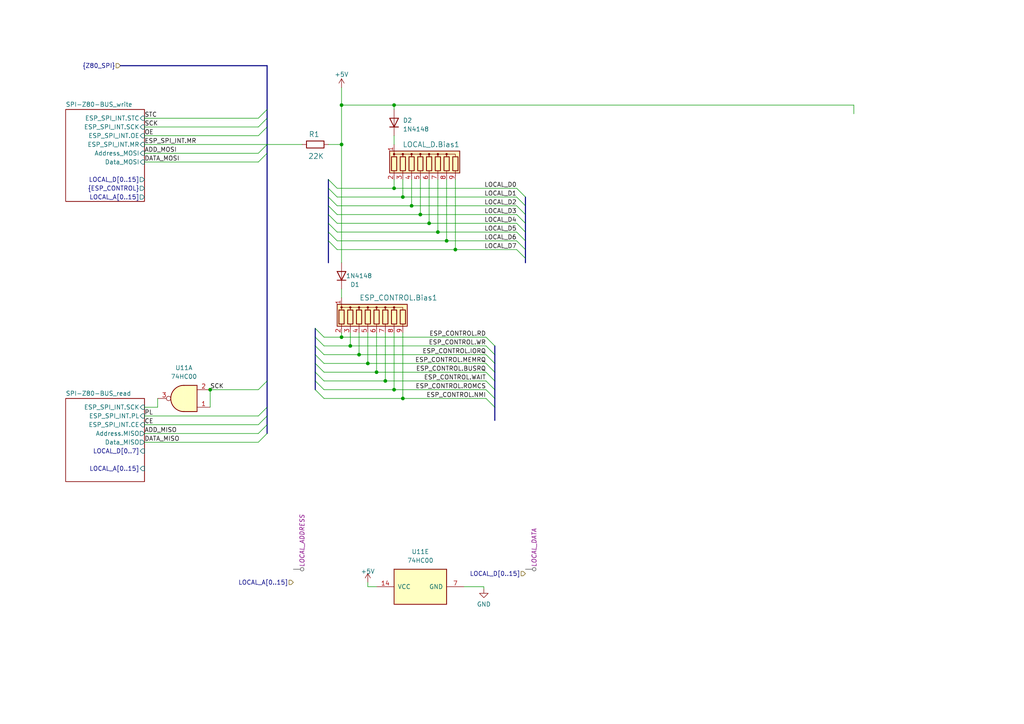
<source format=kicad_sch>
(kicad_sch
	(version 20231120)
	(generator "eeschema")
	(generator_version "8.0")
	(uuid "d3ba5bdf-b696-4f75-a3e5-7a63d251f2b7")
	(paper "A4")
	(lib_symbols
		(symbol "74xx:74HC00"
			(pin_names
				(offset 1.016)
			)
			(exclude_from_sim no)
			(in_bom yes)
			(on_board yes)
			(property "Reference" "U"
				(at 0 1.27 0)
				(effects
					(font
						(size 1.27 1.27)
					)
				)
			)
			(property "Value" "74HC00"
				(at 0 -1.27 0)
				(effects
					(font
						(size 1.27 1.27)
					)
				)
			)
			(property "Footprint" ""
				(at 0 0 0)
				(effects
					(font
						(size 1.27 1.27)
					)
					(hide yes)
				)
			)
			(property "Datasheet" "http://www.ti.com/lit/gpn/sn74hc00"
				(at 0 0 0)
				(effects
					(font
						(size 1.27 1.27)
					)
					(hide yes)
				)
			)
			(property "Description" "quad 2-input NAND gate"
				(at 0 0 0)
				(effects
					(font
						(size 1.27 1.27)
					)
					(hide yes)
				)
			)
			(property "ki_locked" ""
				(at 0 0 0)
				(effects
					(font
						(size 1.27 1.27)
					)
				)
			)
			(property "ki_keywords" "HCMOS nand 2-input"
				(at 0 0 0)
				(effects
					(font
						(size 1.27 1.27)
					)
					(hide yes)
				)
			)
			(property "ki_fp_filters" "DIP*W7.62mm* SO14*"
				(at 0 0 0)
				(effects
					(font
						(size 1.27 1.27)
					)
					(hide yes)
				)
			)
			(symbol "74HC00_1_1"
				(arc
					(start 0 -3.81)
					(mid 3.7934 0)
					(end 0 3.81)
					(stroke
						(width 0.254)
						(type default)
					)
					(fill
						(type background)
					)
				)
				(polyline
					(pts
						(xy 0 3.81) (xy -3.81 3.81) (xy -3.81 -3.81) (xy 0 -3.81)
					)
					(stroke
						(width 0.254)
						(type default)
					)
					(fill
						(type background)
					)
				)
				(pin input line
					(at -7.62 2.54 0)
					(length 3.81)
					(name "~"
						(effects
							(font
								(size 1.27 1.27)
							)
						)
					)
					(number "1"
						(effects
							(font
								(size 1.27 1.27)
							)
						)
					)
				)
				(pin input line
					(at -7.62 -2.54 0)
					(length 3.81)
					(name "~"
						(effects
							(font
								(size 1.27 1.27)
							)
						)
					)
					(number "2"
						(effects
							(font
								(size 1.27 1.27)
							)
						)
					)
				)
				(pin output inverted
					(at 7.62 0 180)
					(length 3.81)
					(name "~"
						(effects
							(font
								(size 1.27 1.27)
							)
						)
					)
					(number "3"
						(effects
							(font
								(size 1.27 1.27)
							)
						)
					)
				)
			)
			(symbol "74HC00_1_2"
				(arc
					(start -3.81 -3.81)
					(mid -2.589 0)
					(end -3.81 3.81)
					(stroke
						(width 0.254)
						(type default)
					)
					(fill
						(type none)
					)
				)
				(arc
					(start -0.6096 -3.81)
					(mid 2.1842 -2.5851)
					(end 3.81 0)
					(stroke
						(width 0.254)
						(type default)
					)
					(fill
						(type background)
					)
				)
				(polyline
					(pts
						(xy -3.81 -3.81) (xy -0.635 -3.81)
					)
					(stroke
						(width 0.254)
						(type default)
					)
					(fill
						(type background)
					)
				)
				(polyline
					(pts
						(xy -3.81 3.81) (xy -0.635 3.81)
					)
					(stroke
						(width 0.254)
						(type default)
					)
					(fill
						(type background)
					)
				)
				(polyline
					(pts
						(xy -0.635 3.81) (xy -3.81 3.81) (xy -3.81 3.81) (xy -3.556 3.4036) (xy -3.0226 2.2606) (xy -2.6924 1.0414)
						(xy -2.6162 -0.254) (xy -2.7686 -1.4986) (xy -3.175 -2.7178) (xy -3.81 -3.81) (xy -3.81 -3.81)
						(xy -0.635 -3.81)
					)
					(stroke
						(width -25.4)
						(type default)
					)
					(fill
						(type background)
					)
				)
				(arc
					(start 3.81 0)
					(mid 2.1915 2.5936)
					(end -0.6096 3.81)
					(stroke
						(width 0.254)
						(type default)
					)
					(fill
						(type background)
					)
				)
				(pin input inverted
					(at -7.62 2.54 0)
					(length 4.318)
					(name "~"
						(effects
							(font
								(size 1.27 1.27)
							)
						)
					)
					(number "1"
						(effects
							(font
								(size 1.27 1.27)
							)
						)
					)
				)
				(pin input inverted
					(at -7.62 -2.54 0)
					(length 4.318)
					(name "~"
						(effects
							(font
								(size 1.27 1.27)
							)
						)
					)
					(number "2"
						(effects
							(font
								(size 1.27 1.27)
							)
						)
					)
				)
				(pin output line
					(at 7.62 0 180)
					(length 3.81)
					(name "~"
						(effects
							(font
								(size 1.27 1.27)
							)
						)
					)
					(number "3"
						(effects
							(font
								(size 1.27 1.27)
							)
						)
					)
				)
			)
			(symbol "74HC00_2_1"
				(arc
					(start 0 -3.81)
					(mid 3.7934 0)
					(end 0 3.81)
					(stroke
						(width 0.254)
						(type default)
					)
					(fill
						(type background)
					)
				)
				(polyline
					(pts
						(xy 0 3.81) (xy -3.81 3.81) (xy -3.81 -3.81) (xy 0 -3.81)
					)
					(stroke
						(width 0.254)
						(type default)
					)
					(fill
						(type background)
					)
				)
				(pin input line
					(at -7.62 2.54 0)
					(length 3.81)
					(name "~"
						(effects
							(font
								(size 1.27 1.27)
							)
						)
					)
					(number "4"
						(effects
							(font
								(size 1.27 1.27)
							)
						)
					)
				)
				(pin input line
					(at -7.62 -2.54 0)
					(length 3.81)
					(name "~"
						(effects
							(font
								(size 1.27 1.27)
							)
						)
					)
					(number "5"
						(effects
							(font
								(size 1.27 1.27)
							)
						)
					)
				)
				(pin output inverted
					(at 7.62 0 180)
					(length 3.81)
					(name "~"
						(effects
							(font
								(size 1.27 1.27)
							)
						)
					)
					(number "6"
						(effects
							(font
								(size 1.27 1.27)
							)
						)
					)
				)
			)
			(symbol "74HC00_2_2"
				(arc
					(start -3.81 -3.81)
					(mid -2.589 0)
					(end -3.81 3.81)
					(stroke
						(width 0.254)
						(type default)
					)
					(fill
						(type none)
					)
				)
				(arc
					(start -0.6096 -3.81)
					(mid 2.1842 -2.5851)
					(end 3.81 0)
					(stroke
						(width 0.254)
						(type default)
					)
					(fill
						(type background)
					)
				)
				(polyline
					(pts
						(xy -3.81 -3.81) (xy -0.635 -3.81)
					)
					(stroke
						(width 0.254)
						(type default)
					)
					(fill
						(type background)
					)
				)
				(polyline
					(pts
						(xy -3.81 3.81) (xy -0.635 3.81)
					)
					(stroke
						(width 0.254)
						(type default)
					)
					(fill
						(type background)
					)
				)
				(polyline
					(pts
						(xy -0.635 3.81) (xy -3.81 3.81) (xy -3.81 3.81) (xy -3.556 3.4036) (xy -3.0226 2.2606) (xy -2.6924 1.0414)
						(xy -2.6162 -0.254) (xy -2.7686 -1.4986) (xy -3.175 -2.7178) (xy -3.81 -3.81) (xy -3.81 -3.81)
						(xy -0.635 -3.81)
					)
					(stroke
						(width -25.4)
						(type default)
					)
					(fill
						(type background)
					)
				)
				(arc
					(start 3.81 0)
					(mid 2.1915 2.5936)
					(end -0.6096 3.81)
					(stroke
						(width 0.254)
						(type default)
					)
					(fill
						(type background)
					)
				)
				(pin input inverted
					(at -7.62 2.54 0)
					(length 4.318)
					(name "~"
						(effects
							(font
								(size 1.27 1.27)
							)
						)
					)
					(number "4"
						(effects
							(font
								(size 1.27 1.27)
							)
						)
					)
				)
				(pin input inverted
					(at -7.62 -2.54 0)
					(length 4.318)
					(name "~"
						(effects
							(font
								(size 1.27 1.27)
							)
						)
					)
					(number "5"
						(effects
							(font
								(size 1.27 1.27)
							)
						)
					)
				)
				(pin output line
					(at 7.62 0 180)
					(length 3.81)
					(name "~"
						(effects
							(font
								(size 1.27 1.27)
							)
						)
					)
					(number "6"
						(effects
							(font
								(size 1.27 1.27)
							)
						)
					)
				)
			)
			(symbol "74HC00_3_1"
				(arc
					(start 0 -3.81)
					(mid 3.7934 0)
					(end 0 3.81)
					(stroke
						(width 0.254)
						(type default)
					)
					(fill
						(type background)
					)
				)
				(polyline
					(pts
						(xy 0 3.81) (xy -3.81 3.81) (xy -3.81 -3.81) (xy 0 -3.81)
					)
					(stroke
						(width 0.254)
						(type default)
					)
					(fill
						(type background)
					)
				)
				(pin input line
					(at -7.62 -2.54 0)
					(length 3.81)
					(name "~"
						(effects
							(font
								(size 1.27 1.27)
							)
						)
					)
					(number "10"
						(effects
							(font
								(size 1.27 1.27)
							)
						)
					)
				)
				(pin output inverted
					(at 7.62 0 180)
					(length 3.81)
					(name "~"
						(effects
							(font
								(size 1.27 1.27)
							)
						)
					)
					(number "8"
						(effects
							(font
								(size 1.27 1.27)
							)
						)
					)
				)
				(pin input line
					(at -7.62 2.54 0)
					(length 3.81)
					(name "~"
						(effects
							(font
								(size 1.27 1.27)
							)
						)
					)
					(number "9"
						(effects
							(font
								(size 1.27 1.27)
							)
						)
					)
				)
			)
			(symbol "74HC00_3_2"
				(arc
					(start -3.81 -3.81)
					(mid -2.589 0)
					(end -3.81 3.81)
					(stroke
						(width 0.254)
						(type default)
					)
					(fill
						(type none)
					)
				)
				(arc
					(start -0.6096 -3.81)
					(mid 2.1842 -2.5851)
					(end 3.81 0)
					(stroke
						(width 0.254)
						(type default)
					)
					(fill
						(type background)
					)
				)
				(polyline
					(pts
						(xy -3.81 -3.81) (xy -0.635 -3.81)
					)
					(stroke
						(width 0.254)
						(type default)
					)
					(fill
						(type background)
					)
				)
				(polyline
					(pts
						(xy -3.81 3.81) (xy -0.635 3.81)
					)
					(stroke
						(width 0.254)
						(type default)
					)
					(fill
						(type background)
					)
				)
				(polyline
					(pts
						(xy -0.635 3.81) (xy -3.81 3.81) (xy -3.81 3.81) (xy -3.556 3.4036) (xy -3.0226 2.2606) (xy -2.6924 1.0414)
						(xy -2.6162 -0.254) (xy -2.7686 -1.4986) (xy -3.175 -2.7178) (xy -3.81 -3.81) (xy -3.81 -3.81)
						(xy -0.635 -3.81)
					)
					(stroke
						(width -25.4)
						(type default)
					)
					(fill
						(type background)
					)
				)
				(arc
					(start 3.81 0)
					(mid 2.1915 2.5936)
					(end -0.6096 3.81)
					(stroke
						(width 0.254)
						(type default)
					)
					(fill
						(type background)
					)
				)
				(pin input inverted
					(at -7.62 -2.54 0)
					(length 4.318)
					(name "~"
						(effects
							(font
								(size 1.27 1.27)
							)
						)
					)
					(number "10"
						(effects
							(font
								(size 1.27 1.27)
							)
						)
					)
				)
				(pin output line
					(at 7.62 0 180)
					(length 3.81)
					(name "~"
						(effects
							(font
								(size 1.27 1.27)
							)
						)
					)
					(number "8"
						(effects
							(font
								(size 1.27 1.27)
							)
						)
					)
				)
				(pin input inverted
					(at -7.62 2.54 0)
					(length 4.318)
					(name "~"
						(effects
							(font
								(size 1.27 1.27)
							)
						)
					)
					(number "9"
						(effects
							(font
								(size 1.27 1.27)
							)
						)
					)
				)
			)
			(symbol "74HC00_4_1"
				(arc
					(start 0 -3.81)
					(mid 3.7934 0)
					(end 0 3.81)
					(stroke
						(width 0.254)
						(type default)
					)
					(fill
						(type background)
					)
				)
				(polyline
					(pts
						(xy 0 3.81) (xy -3.81 3.81) (xy -3.81 -3.81) (xy 0 -3.81)
					)
					(stroke
						(width 0.254)
						(type default)
					)
					(fill
						(type background)
					)
				)
				(pin output inverted
					(at 7.62 0 180)
					(length 3.81)
					(name "~"
						(effects
							(font
								(size 1.27 1.27)
							)
						)
					)
					(number "11"
						(effects
							(font
								(size 1.27 1.27)
							)
						)
					)
				)
				(pin input line
					(at -7.62 2.54 0)
					(length 3.81)
					(name "~"
						(effects
							(font
								(size 1.27 1.27)
							)
						)
					)
					(number "12"
						(effects
							(font
								(size 1.27 1.27)
							)
						)
					)
				)
				(pin input line
					(at -7.62 -2.54 0)
					(length 3.81)
					(name "~"
						(effects
							(font
								(size 1.27 1.27)
							)
						)
					)
					(number "13"
						(effects
							(font
								(size 1.27 1.27)
							)
						)
					)
				)
			)
			(symbol "74HC00_4_2"
				(arc
					(start -3.81 -3.81)
					(mid -2.589 0)
					(end -3.81 3.81)
					(stroke
						(width 0.254)
						(type default)
					)
					(fill
						(type none)
					)
				)
				(arc
					(start -0.6096 -3.81)
					(mid 2.1842 -2.5851)
					(end 3.81 0)
					(stroke
						(width 0.254)
						(type default)
					)
					(fill
						(type background)
					)
				)
				(polyline
					(pts
						(xy -3.81 -3.81) (xy -0.635 -3.81)
					)
					(stroke
						(width 0.254)
						(type default)
					)
					(fill
						(type background)
					)
				)
				(polyline
					(pts
						(xy -3.81 3.81) (xy -0.635 3.81)
					)
					(stroke
						(width 0.254)
						(type default)
					)
					(fill
						(type background)
					)
				)
				(polyline
					(pts
						(xy -0.635 3.81) (xy -3.81 3.81) (xy -3.81 3.81) (xy -3.556 3.4036) (xy -3.0226 2.2606) (xy -2.6924 1.0414)
						(xy -2.6162 -0.254) (xy -2.7686 -1.4986) (xy -3.175 -2.7178) (xy -3.81 -3.81) (xy -3.81 -3.81)
						(xy -0.635 -3.81)
					)
					(stroke
						(width -25.4)
						(type default)
					)
					(fill
						(type background)
					)
				)
				(arc
					(start 3.81 0)
					(mid 2.1915 2.5936)
					(end -0.6096 3.81)
					(stroke
						(width 0.254)
						(type default)
					)
					(fill
						(type background)
					)
				)
				(pin output line
					(at 7.62 0 180)
					(length 3.81)
					(name "~"
						(effects
							(font
								(size 1.27 1.27)
							)
						)
					)
					(number "11"
						(effects
							(font
								(size 1.27 1.27)
							)
						)
					)
				)
				(pin input inverted
					(at -7.62 2.54 0)
					(length 4.318)
					(name "~"
						(effects
							(font
								(size 1.27 1.27)
							)
						)
					)
					(number "12"
						(effects
							(font
								(size 1.27 1.27)
							)
						)
					)
				)
				(pin input inverted
					(at -7.62 -2.54 0)
					(length 4.318)
					(name "~"
						(effects
							(font
								(size 1.27 1.27)
							)
						)
					)
					(number "13"
						(effects
							(font
								(size 1.27 1.27)
							)
						)
					)
				)
			)
			(symbol "74HC00_5_0"
				(pin power_in line
					(at 0 12.7 270)
					(length 5.08)
					(name "VCC"
						(effects
							(font
								(size 1.27 1.27)
							)
						)
					)
					(number "14"
						(effects
							(font
								(size 1.27 1.27)
							)
						)
					)
				)
				(pin power_in line
					(at 0 -12.7 90)
					(length 5.08)
					(name "GND"
						(effects
							(font
								(size 1.27 1.27)
							)
						)
					)
					(number "7"
						(effects
							(font
								(size 1.27 1.27)
							)
						)
					)
				)
			)
			(symbol "74HC00_5_1"
				(rectangle
					(start -5.08 7.62)
					(end 5.08 -7.62)
					(stroke
						(width 0.254)
						(type default)
					)
					(fill
						(type background)
					)
				)
			)
		)
		(symbol "Device:D"
			(pin_numbers hide)
			(pin_names
				(offset 1.016) hide)
			(exclude_from_sim no)
			(in_bom yes)
			(on_board yes)
			(property "Reference" "D"
				(at 0 2.54 0)
				(effects
					(font
						(size 1.27 1.27)
					)
				)
			)
			(property "Value" "D"
				(at 0 -2.54 0)
				(effects
					(font
						(size 1.27 1.27)
					)
				)
			)
			(property "Footprint" ""
				(at 0 0 0)
				(effects
					(font
						(size 1.27 1.27)
					)
					(hide yes)
				)
			)
			(property "Datasheet" "~"
				(at 0 0 0)
				(effects
					(font
						(size 1.27 1.27)
					)
					(hide yes)
				)
			)
			(property "Description" "Diode"
				(at 0 0 0)
				(effects
					(font
						(size 1.27 1.27)
					)
					(hide yes)
				)
			)
			(property "Sim.Device" "D"
				(at 0 0 0)
				(effects
					(font
						(size 1.27 1.27)
					)
					(hide yes)
				)
			)
			(property "Sim.Pins" "1=K 2=A"
				(at 0 0 0)
				(effects
					(font
						(size 1.27 1.27)
					)
					(hide yes)
				)
			)
			(property "ki_keywords" "diode"
				(at 0 0 0)
				(effects
					(font
						(size 1.27 1.27)
					)
					(hide yes)
				)
			)
			(property "ki_fp_filters" "TO-???* *_Diode_* *SingleDiode* D_*"
				(at 0 0 0)
				(effects
					(font
						(size 1.27 1.27)
					)
					(hide yes)
				)
			)
			(symbol "D_0_1"
				(polyline
					(pts
						(xy -1.27 1.27) (xy -1.27 -1.27)
					)
					(stroke
						(width 0.254)
						(type default)
					)
					(fill
						(type none)
					)
				)
				(polyline
					(pts
						(xy 1.27 0) (xy -1.27 0)
					)
					(stroke
						(width 0)
						(type default)
					)
					(fill
						(type none)
					)
				)
				(polyline
					(pts
						(xy 1.27 1.27) (xy 1.27 -1.27) (xy -1.27 0) (xy 1.27 1.27)
					)
					(stroke
						(width 0.254)
						(type default)
					)
					(fill
						(type none)
					)
				)
			)
			(symbol "D_1_1"
				(pin passive line
					(at -3.81 0 0)
					(length 2.54)
					(name "K"
						(effects
							(font
								(size 1.27 1.27)
							)
						)
					)
					(number "1"
						(effects
							(font
								(size 1.27 1.27)
							)
						)
					)
				)
				(pin passive line
					(at 3.81 0 180)
					(length 2.54)
					(name "A"
						(effects
							(font
								(size 1.27 1.27)
							)
						)
					)
					(number "2"
						(effects
							(font
								(size 1.27 1.27)
							)
						)
					)
				)
			)
		)
		(symbol "Device:R"
			(pin_numbers hide)
			(pin_names
				(offset 0)
			)
			(exclude_from_sim no)
			(in_bom yes)
			(on_board yes)
			(property "Reference" "R"
				(at 2.032 0 90)
				(effects
					(font
						(size 1.27 1.27)
					)
				)
			)
			(property "Value" "R"
				(at 0 0 90)
				(effects
					(font
						(size 1.27 1.27)
					)
				)
			)
			(property "Footprint" ""
				(at -1.778 0 90)
				(effects
					(font
						(size 1.27 1.27)
					)
					(hide yes)
				)
			)
			(property "Datasheet" "~"
				(at 0 0 0)
				(effects
					(font
						(size 1.27 1.27)
					)
					(hide yes)
				)
			)
			(property "Description" "Resistor"
				(at 0 0 0)
				(effects
					(font
						(size 1.27 1.27)
					)
					(hide yes)
				)
			)
			(property "ki_keywords" "R res resistor"
				(at 0 0 0)
				(effects
					(font
						(size 1.27 1.27)
					)
					(hide yes)
				)
			)
			(property "ki_fp_filters" "R_*"
				(at 0 0 0)
				(effects
					(font
						(size 1.27 1.27)
					)
					(hide yes)
				)
			)
			(symbol "R_0_1"
				(rectangle
					(start -1.016 -2.54)
					(end 1.016 2.54)
					(stroke
						(width 0.254)
						(type default)
					)
					(fill
						(type none)
					)
				)
			)
			(symbol "R_1_1"
				(pin passive line
					(at 0 3.81 270)
					(length 1.27)
					(name "~"
						(effects
							(font
								(size 1.27 1.27)
							)
						)
					)
					(number "1"
						(effects
							(font
								(size 1.27 1.27)
							)
						)
					)
				)
				(pin passive line
					(at 0 -3.81 90)
					(length 1.27)
					(name "~"
						(effects
							(font
								(size 1.27 1.27)
							)
						)
					)
					(number "2"
						(effects
							(font
								(size 1.27 1.27)
							)
						)
					)
				)
			)
		)
		(symbol "Device:R_Network08"
			(pin_names
				(offset 0) hide)
			(exclude_from_sim no)
			(in_bom yes)
			(on_board yes)
			(property "Reference" "RN"
				(at -12.7 0 90)
				(effects
					(font
						(size 1.27 1.27)
					)
				)
			)
			(property "Value" "R_Network08"
				(at 10.16 0 90)
				(effects
					(font
						(size 1.27 1.27)
					)
				)
			)
			(property "Footprint" "Resistor_THT:R_Array_SIP9"
				(at 12.065 0 90)
				(effects
					(font
						(size 1.27 1.27)
					)
					(hide yes)
				)
			)
			(property "Datasheet" "http://www.vishay.com/docs/31509/csc.pdf"
				(at 0 0 0)
				(effects
					(font
						(size 1.27 1.27)
					)
					(hide yes)
				)
			)
			(property "Description" "8 resistor network, star topology, bussed resistors, small symbol"
				(at 0 0 0)
				(effects
					(font
						(size 1.27 1.27)
					)
					(hide yes)
				)
			)
			(property "ki_keywords" "R network star-topology"
				(at 0 0 0)
				(effects
					(font
						(size 1.27 1.27)
					)
					(hide yes)
				)
			)
			(property "ki_fp_filters" "R?Array?SIP*"
				(at 0 0 0)
				(effects
					(font
						(size 1.27 1.27)
					)
					(hide yes)
				)
			)
			(symbol "R_Network08_0_1"
				(rectangle
					(start -11.43 -3.175)
					(end 8.89 3.175)
					(stroke
						(width 0.254)
						(type default)
					)
					(fill
						(type background)
					)
				)
				(rectangle
					(start -10.922 1.524)
					(end -9.398 -2.54)
					(stroke
						(width 0.254)
						(type default)
					)
					(fill
						(type none)
					)
				)
				(circle
					(center -10.16 2.286)
					(radius 0.254)
					(stroke
						(width 0)
						(type default)
					)
					(fill
						(type outline)
					)
				)
				(rectangle
					(start -8.382 1.524)
					(end -6.858 -2.54)
					(stroke
						(width 0.254)
						(type default)
					)
					(fill
						(type none)
					)
				)
				(circle
					(center -7.62 2.286)
					(radius 0.254)
					(stroke
						(width 0)
						(type default)
					)
					(fill
						(type outline)
					)
				)
				(rectangle
					(start -5.842 1.524)
					(end -4.318 -2.54)
					(stroke
						(width 0.254)
						(type default)
					)
					(fill
						(type none)
					)
				)
				(circle
					(center -5.08 2.286)
					(radius 0.254)
					(stroke
						(width 0)
						(type default)
					)
					(fill
						(type outline)
					)
				)
				(rectangle
					(start -3.302 1.524)
					(end -1.778 -2.54)
					(stroke
						(width 0.254)
						(type default)
					)
					(fill
						(type none)
					)
				)
				(circle
					(center -2.54 2.286)
					(radius 0.254)
					(stroke
						(width 0)
						(type default)
					)
					(fill
						(type outline)
					)
				)
				(rectangle
					(start -0.762 1.524)
					(end 0.762 -2.54)
					(stroke
						(width 0.254)
						(type default)
					)
					(fill
						(type none)
					)
				)
				(polyline
					(pts
						(xy -10.16 -2.54) (xy -10.16 -3.81)
					)
					(stroke
						(width 0)
						(type default)
					)
					(fill
						(type none)
					)
				)
				(polyline
					(pts
						(xy -7.62 -2.54) (xy -7.62 -3.81)
					)
					(stroke
						(width 0)
						(type default)
					)
					(fill
						(type none)
					)
				)
				(polyline
					(pts
						(xy -5.08 -2.54) (xy -5.08 -3.81)
					)
					(stroke
						(width 0)
						(type default)
					)
					(fill
						(type none)
					)
				)
				(polyline
					(pts
						(xy -2.54 -2.54) (xy -2.54 -3.81)
					)
					(stroke
						(width 0)
						(type default)
					)
					(fill
						(type none)
					)
				)
				(polyline
					(pts
						(xy 0 -2.54) (xy 0 -3.81)
					)
					(stroke
						(width 0)
						(type default)
					)
					(fill
						(type none)
					)
				)
				(polyline
					(pts
						(xy 2.54 -2.54) (xy 2.54 -3.81)
					)
					(stroke
						(width 0)
						(type default)
					)
					(fill
						(type none)
					)
				)
				(polyline
					(pts
						(xy 5.08 -2.54) (xy 5.08 -3.81)
					)
					(stroke
						(width 0)
						(type default)
					)
					(fill
						(type none)
					)
				)
				(polyline
					(pts
						(xy 7.62 -2.54) (xy 7.62 -3.81)
					)
					(stroke
						(width 0)
						(type default)
					)
					(fill
						(type none)
					)
				)
				(polyline
					(pts
						(xy -10.16 1.524) (xy -10.16 2.286) (xy -7.62 2.286) (xy -7.62 1.524)
					)
					(stroke
						(width 0)
						(type default)
					)
					(fill
						(type none)
					)
				)
				(polyline
					(pts
						(xy -7.62 1.524) (xy -7.62 2.286) (xy -5.08 2.286) (xy -5.08 1.524)
					)
					(stroke
						(width 0)
						(type default)
					)
					(fill
						(type none)
					)
				)
				(polyline
					(pts
						(xy -5.08 1.524) (xy -5.08 2.286) (xy -2.54 2.286) (xy -2.54 1.524)
					)
					(stroke
						(width 0)
						(type default)
					)
					(fill
						(type none)
					)
				)
				(polyline
					(pts
						(xy -2.54 1.524) (xy -2.54 2.286) (xy 0 2.286) (xy 0 1.524)
					)
					(stroke
						(width 0)
						(type default)
					)
					(fill
						(type none)
					)
				)
				(polyline
					(pts
						(xy 0 1.524) (xy 0 2.286) (xy 2.54 2.286) (xy 2.54 1.524)
					)
					(stroke
						(width 0)
						(type default)
					)
					(fill
						(type none)
					)
				)
				(polyline
					(pts
						(xy 2.54 1.524) (xy 2.54 2.286) (xy 5.08 2.286) (xy 5.08 1.524)
					)
					(stroke
						(width 0)
						(type default)
					)
					(fill
						(type none)
					)
				)
				(polyline
					(pts
						(xy 5.08 1.524) (xy 5.08 2.286) (xy 7.62 2.286) (xy 7.62 1.524)
					)
					(stroke
						(width 0)
						(type default)
					)
					(fill
						(type none)
					)
				)
				(circle
					(center 0 2.286)
					(radius 0.254)
					(stroke
						(width 0)
						(type default)
					)
					(fill
						(type outline)
					)
				)
				(rectangle
					(start 1.778 1.524)
					(end 3.302 -2.54)
					(stroke
						(width 0.254)
						(type default)
					)
					(fill
						(type none)
					)
				)
				(circle
					(center 2.54 2.286)
					(radius 0.254)
					(stroke
						(width 0)
						(type default)
					)
					(fill
						(type outline)
					)
				)
				(rectangle
					(start 4.318 1.524)
					(end 5.842 -2.54)
					(stroke
						(width 0.254)
						(type default)
					)
					(fill
						(type none)
					)
				)
				(circle
					(center 5.08 2.286)
					(radius 0.254)
					(stroke
						(width 0)
						(type default)
					)
					(fill
						(type outline)
					)
				)
				(rectangle
					(start 6.858 1.524)
					(end 8.382 -2.54)
					(stroke
						(width 0.254)
						(type default)
					)
					(fill
						(type none)
					)
				)
			)
			(symbol "R_Network08_1_1"
				(pin passive line
					(at -10.16 5.08 270)
					(length 2.54)
					(name "common"
						(effects
							(font
								(size 1.27 1.27)
							)
						)
					)
					(number "1"
						(effects
							(font
								(size 1.27 1.27)
							)
						)
					)
				)
				(pin passive line
					(at -10.16 -5.08 90)
					(length 1.27)
					(name "R1"
						(effects
							(font
								(size 1.27 1.27)
							)
						)
					)
					(number "2"
						(effects
							(font
								(size 1.27 1.27)
							)
						)
					)
				)
				(pin passive line
					(at -7.62 -5.08 90)
					(length 1.27)
					(name "R2"
						(effects
							(font
								(size 1.27 1.27)
							)
						)
					)
					(number "3"
						(effects
							(font
								(size 1.27 1.27)
							)
						)
					)
				)
				(pin passive line
					(at -5.08 -5.08 90)
					(length 1.27)
					(name "R3"
						(effects
							(font
								(size 1.27 1.27)
							)
						)
					)
					(number "4"
						(effects
							(font
								(size 1.27 1.27)
							)
						)
					)
				)
				(pin passive line
					(at -2.54 -5.08 90)
					(length 1.27)
					(name "R4"
						(effects
							(font
								(size 1.27 1.27)
							)
						)
					)
					(number "5"
						(effects
							(font
								(size 1.27 1.27)
							)
						)
					)
				)
				(pin passive line
					(at 0 -5.08 90)
					(length 1.27)
					(name "R5"
						(effects
							(font
								(size 1.27 1.27)
							)
						)
					)
					(number "6"
						(effects
							(font
								(size 1.27 1.27)
							)
						)
					)
				)
				(pin passive line
					(at 2.54 -5.08 90)
					(length 1.27)
					(name "R6"
						(effects
							(font
								(size 1.27 1.27)
							)
						)
					)
					(number "7"
						(effects
							(font
								(size 1.27 1.27)
							)
						)
					)
				)
				(pin passive line
					(at 5.08 -5.08 90)
					(length 1.27)
					(name "R7"
						(effects
							(font
								(size 1.27 1.27)
							)
						)
					)
					(number "8"
						(effects
							(font
								(size 1.27 1.27)
							)
						)
					)
				)
				(pin passive line
					(at 7.62 -5.08 90)
					(length 1.27)
					(name "R8"
						(effects
							(font
								(size 1.27 1.27)
							)
						)
					)
					(number "9"
						(effects
							(font
								(size 1.27 1.27)
							)
						)
					)
				)
			)
		)
		(symbol "power:+5V"
			(power)
			(pin_names
				(offset 0)
			)
			(exclude_from_sim no)
			(in_bom yes)
			(on_board yes)
			(property "Reference" "#PWR"
				(at 0 -3.81 0)
				(effects
					(font
						(size 1.27 1.27)
					)
					(hide yes)
				)
			)
			(property "Value" "+5V"
				(at 0 3.556 0)
				(effects
					(font
						(size 1.27 1.27)
					)
				)
			)
			(property "Footprint" ""
				(at 0 0 0)
				(effects
					(font
						(size 1.27 1.27)
					)
					(hide yes)
				)
			)
			(property "Datasheet" ""
				(at 0 0 0)
				(effects
					(font
						(size 1.27 1.27)
					)
					(hide yes)
				)
			)
			(property "Description" "Power symbol creates a global label with name \"+5V\""
				(at 0 0 0)
				(effects
					(font
						(size 1.27 1.27)
					)
					(hide yes)
				)
			)
			(property "ki_keywords" "global power"
				(at 0 0 0)
				(effects
					(font
						(size 1.27 1.27)
					)
					(hide yes)
				)
			)
			(symbol "+5V_0_1"
				(polyline
					(pts
						(xy -0.762 1.27) (xy 0 2.54)
					)
					(stroke
						(width 0)
						(type default)
					)
					(fill
						(type none)
					)
				)
				(polyline
					(pts
						(xy 0 0) (xy 0 2.54)
					)
					(stroke
						(width 0)
						(type default)
					)
					(fill
						(type none)
					)
				)
				(polyline
					(pts
						(xy 0 2.54) (xy 0.762 1.27)
					)
					(stroke
						(width 0)
						(type default)
					)
					(fill
						(type none)
					)
				)
			)
			(symbol "+5V_1_1"
				(pin power_in line
					(at 0 0 90)
					(length 0) hide
					(name "+5V"
						(effects
							(font
								(size 1.27 1.27)
							)
						)
					)
					(number "1"
						(effects
							(font
								(size 1.27 1.27)
							)
						)
					)
				)
			)
		)
		(symbol "power:GND"
			(power)
			(pin_names
				(offset 0)
			)
			(exclude_from_sim no)
			(in_bom yes)
			(on_board yes)
			(property "Reference" "#PWR"
				(at 0 -6.35 0)
				(effects
					(font
						(size 1.27 1.27)
					)
					(hide yes)
				)
			)
			(property "Value" "GND"
				(at 0 -3.81 0)
				(effects
					(font
						(size 1.27 1.27)
					)
				)
			)
			(property "Footprint" ""
				(at 0 0 0)
				(effects
					(font
						(size 1.27 1.27)
					)
					(hide yes)
				)
			)
			(property "Datasheet" ""
				(at 0 0 0)
				(effects
					(font
						(size 1.27 1.27)
					)
					(hide yes)
				)
			)
			(property "Description" "Power symbol creates a global label with name \"GND\" , ground"
				(at 0 0 0)
				(effects
					(font
						(size 1.27 1.27)
					)
					(hide yes)
				)
			)
			(property "ki_keywords" "global power"
				(at 0 0 0)
				(effects
					(font
						(size 1.27 1.27)
					)
					(hide yes)
				)
			)
			(symbol "GND_0_1"
				(polyline
					(pts
						(xy 0 0) (xy 0 -1.27) (xy 1.27 -1.27) (xy 0 -2.54) (xy -1.27 -1.27) (xy 0 -1.27)
					)
					(stroke
						(width 0)
						(type default)
					)
					(fill
						(type none)
					)
				)
			)
			(symbol "GND_1_1"
				(pin power_in line
					(at 0 0 270)
					(length 0) hide
					(name "GND"
						(effects
							(font
								(size 1.27 1.27)
							)
						)
					)
					(number "1"
						(effects
							(font
								(size 1.27 1.27)
							)
						)
					)
				)
			)
		)
	)
	(bus_alias "ESP_SPI"
		(members "MOSI" "MISO" "SCK" "SS")
	)
	(bus_alias "SP_SPI"
		(members "MISO" "MOSI" "SCK" "SS")
	)
	(bus_alias "Z80_SPI"
		(members "ADD_MOSI" "ADD_MISO" "SCK" "PL" "CE" "STC" "WR" "OE" "MR" "WR"
			"DATA_MISO" "DATA_MOSI"
		)
	)
	(junction
		(at 116.84 115.57)
		(diameter 0)
		(color 0 0 0 0)
		(uuid "07850266-28f1-4b46-9603-e93081e125a0")
	)
	(junction
		(at 60.96 113.03)
		(diameter 0)
		(color 0 0 0 0)
		(uuid "0a464f2d-9b4b-438e-bb45-03e885225972")
	)
	(junction
		(at 99.06 97.79)
		(diameter 0)
		(color 0 0 0 0)
		(uuid "373e40ac-aafe-433d-9773-77acbb62bdec")
	)
	(junction
		(at 99.06 30.48)
		(diameter 0)
		(color 0 0 0 0)
		(uuid "3905ab3a-117f-4178-8471-b8d83d0e6bb9")
	)
	(junction
		(at 114.3 113.03)
		(diameter 0)
		(color 0 0 0 0)
		(uuid "458bb57a-2723-48a0-8bf5-17b54befad8b")
	)
	(junction
		(at 101.6 100.33)
		(diameter 0)
		(color 0 0 0 0)
		(uuid "4daf251e-9faa-4816-b64d-6d2f301cef9d")
	)
	(junction
		(at 106.68 105.41)
		(diameter 0)
		(color 0 0 0 0)
		(uuid "58c4e0d0-5409-4675-abb7-bf16016200c0")
	)
	(junction
		(at 114.3 30.48)
		(diameter 0)
		(color 0 0 0 0)
		(uuid "66418dbd-5e85-470d-80a1-531c59d9e6c5")
	)
	(junction
		(at 111.76 110.49)
		(diameter 0)
		(color 0 0 0 0)
		(uuid "79910bb3-0769-40b6-b503-70dd273c8fab")
	)
	(junction
		(at 99.06 41.91)
		(diameter 0)
		(color 0 0 0 0)
		(uuid "7d49d846-82a7-4c61-a2ac-99cc1f7634c7")
	)
	(junction
		(at 132.08 72.39)
		(diameter 0)
		(color 0 0 0 0)
		(uuid "8ac4980c-bc11-40ab-a86f-85b18417a87e")
	)
	(junction
		(at 124.46 64.77)
		(diameter 0)
		(color 0 0 0 0)
		(uuid "8ad9d0fb-b695-4c60-9f6c-560bf79de28c")
	)
	(junction
		(at 116.84 57.15)
		(diameter 0)
		(color 0 0 0 0)
		(uuid "a1501ba3-584c-4080-8947-39126d0c9266")
	)
	(junction
		(at 127 67.31)
		(diameter 0)
		(color 0 0 0 0)
		(uuid "a98708f5-696c-442f-a7a8-6abd88fde920")
	)
	(junction
		(at 114.3 54.61)
		(diameter 0)
		(color 0 0 0 0)
		(uuid "b5d92647-db7b-4f6c-a759-9d9c844f9f89")
	)
	(junction
		(at 121.92 62.23)
		(diameter 0)
		(color 0 0 0 0)
		(uuid "b820b9d4-1de6-427b-9699-f7d2823f2c3d")
	)
	(junction
		(at 109.22 107.95)
		(diameter 0)
		(color 0 0 0 0)
		(uuid "be00d564-1378-418f-8bd9-95d551fb911a")
	)
	(junction
		(at 119.38 59.69)
		(diameter 0)
		(color 0 0 0 0)
		(uuid "bf89fa94-9c20-41f8-92af-93c27670711c")
	)
	(junction
		(at 129.54 69.85)
		(diameter 0)
		(color 0 0 0 0)
		(uuid "bfae092b-e01a-49d1-9267-5d79ef7f5147")
	)
	(junction
		(at 104.14 102.87)
		(diameter 0)
		(color 0 0 0 0)
		(uuid "f1067b05-172f-4dec-86ee-e78d49d02196")
	)
	(bus_entry
		(at 95.25 64.77)
		(size 2.54 2.54)
		(stroke
			(width 0)
			(type default)
		)
		(uuid "07ce302e-95dd-49f3-9137-57e2a234f128")
	)
	(bus_entry
		(at 77.47 44.45)
		(size -2.54 2.54)
		(stroke
			(width 0)
			(type default)
		)
		(uuid "09311b3a-4172-4953-987b-47e03b58cf9a")
	)
	(bus_entry
		(at 140.97 102.87)
		(size 2.54 2.54)
		(stroke
			(width 0)
			(type default)
		)
		(uuid "09361aa7-e7bc-4d3c-beba-b967b9b2b33d")
	)
	(bus_entry
		(at 95.25 52.07)
		(size 2.54 2.54)
		(stroke
			(width 0)
			(type default)
		)
		(uuid "0cb5cb34-b121-4e2c-a42c-4ee3baad7107")
	)
	(bus_entry
		(at 149.86 72.39)
		(size 2.54 2.54)
		(stroke
			(width 0)
			(type default)
		)
		(uuid "114c0e99-a7c0-4f6c-8466-0a07f3d03744")
	)
	(bus_entry
		(at 91.44 95.25)
		(size 2.54 2.54)
		(stroke
			(width 0)
			(type default)
		)
		(uuid "1881adaa-2c81-4019-883e-25d0b3dd31a6")
	)
	(bus_entry
		(at 91.44 110.49)
		(size 2.54 2.54)
		(stroke
			(width 0)
			(type default)
		)
		(uuid "25b90466-aa7f-4e1b-83c1-7a1c6d3e4eba")
	)
	(bus_entry
		(at 91.44 100.33)
		(size 2.54 2.54)
		(stroke
			(width 0)
			(type default)
		)
		(uuid "2822a92b-2ce4-4319-93a9-a8c99a397ee0")
	)
	(bus_entry
		(at 77.47 110.49)
		(size -2.54 2.54)
		(stroke
			(width 0)
			(type default)
		)
		(uuid "28276335-d6d4-4e90-af27-a7a4bd030b6c")
	)
	(bus_entry
		(at 91.44 113.03)
		(size 2.54 2.54)
		(stroke
			(width 0)
			(type default)
		)
		(uuid "397d8e92-dd3b-455f-8f51-b6de79ed79da")
	)
	(bus_entry
		(at 91.44 105.41)
		(size 2.54 2.54)
		(stroke
			(width 0)
			(type default)
		)
		(uuid "3ddd3454-f1ff-4637-b428-2a9f72a91ad9")
	)
	(bus_entry
		(at 77.47 118.11)
		(size -2.54 2.54)
		(stroke
			(width 0)
			(type default)
		)
		(uuid "404fad2e-cde0-491e-9e14-1f757a3fbcf2")
	)
	(bus_entry
		(at 77.47 120.65)
		(size -2.54 2.54)
		(stroke
			(width 0)
			(type default)
		)
		(uuid "5d74486d-69ca-4639-99cb-40f970fcfe91")
	)
	(bus_entry
		(at 77.47 31.75)
		(size -2.54 2.54)
		(stroke
			(width 0)
			(type default)
		)
		(uuid "6463cc69-1c8b-4858-8c2f-56ab1ae1b585")
	)
	(bus_entry
		(at 95.25 59.69)
		(size 2.54 2.54)
		(stroke
			(width 0)
			(type default)
		)
		(uuid "683c1652-89d5-4d07-b9ff-c28af62a5d2b")
	)
	(bus_entry
		(at 140.97 113.03)
		(size 2.54 2.54)
		(stroke
			(width 0)
			(type default)
		)
		(uuid "7066a1b9-5fc0-4dc2-ba39-14eec25ee0d1")
	)
	(bus_entry
		(at 95.25 62.23)
		(size 2.54 2.54)
		(stroke
			(width 0)
			(type default)
		)
		(uuid "76c215ae-f681-4732-a471-aed68bc99637")
	)
	(bus_entry
		(at 140.97 107.95)
		(size 2.54 2.54)
		(stroke
			(width 0)
			(type default)
		)
		(uuid "7b90eefb-3ba8-4bbf-949f-729f331dc01c")
	)
	(bus_entry
		(at 140.97 115.57)
		(size 2.54 2.54)
		(stroke
			(width 0)
			(type default)
		)
		(uuid "9bc08b0e-4ea0-4232-9167-e81207ceb056")
	)
	(bus_entry
		(at 149.86 62.23)
		(size 2.54 2.54)
		(stroke
			(width 0)
			(type default)
		)
		(uuid "a886ac4d-b6c0-4f8e-b944-9914a606dbfa")
	)
	(bus_entry
		(at 91.44 102.87)
		(size 2.54 2.54)
		(stroke
			(width 0)
			(type default)
		)
		(uuid "ac03553b-1c22-4e5c-9314-47fa6bd18d28")
	)
	(bus_entry
		(at 149.86 59.69)
		(size 2.54 2.54)
		(stroke
			(width 0)
			(type default)
		)
		(uuid "b49288cf-0baf-4577-81c5-517fa3e4fe03")
	)
	(bus_entry
		(at 140.97 110.49)
		(size 2.54 2.54)
		(stroke
			(width 0)
			(type default)
		)
		(uuid "b53e8f9a-07e2-4da0-b426-21ab33f159f6")
	)
	(bus_entry
		(at 149.86 57.15)
		(size 2.54 2.54)
		(stroke
			(width 0)
			(type default)
		)
		(uuid "b792996e-1610-4029-9b1b-b5f6cd8ba0de")
	)
	(bus_entry
		(at 91.44 97.79)
		(size 2.54 2.54)
		(stroke
			(width 0)
			(type default)
		)
		(uuid "c26de697-2e8b-47a1-9a7d-3916eb5d339d")
	)
	(bus_entry
		(at 95.25 54.61)
		(size 2.54 2.54)
		(stroke
			(width 0)
			(type default)
		)
		(uuid "c6d572e1-0bb3-4cfc-897c-8ed1868ca44f")
	)
	(bus_entry
		(at 149.86 67.31)
		(size 2.54 2.54)
		(stroke
			(width 0)
			(type default)
		)
		(uuid "cb23f63f-f4d8-47e8-b527-cc5aed71b267")
	)
	(bus_entry
		(at 77.47 34.29)
		(size -2.54 2.54)
		(stroke
			(width 0)
			(type default)
		)
		(uuid "cb8667db-5c93-45b1-a2e0-ff07e7bde395")
	)
	(bus_entry
		(at 95.25 57.15)
		(size 2.54 2.54)
		(stroke
			(width 0)
			(type default)
		)
		(uuid "cc8fecd6-ac6d-4d91-8a74-f1155b3dcc16")
	)
	(bus_entry
		(at 77.47 125.73)
		(size -2.54 2.54)
		(stroke
			(width 0)
			(type default)
		)
		(uuid "cdbdb166-eff1-4f6f-a4ce-7db5a7ffe33d")
	)
	(bus_entry
		(at 77.47 36.83)
		(size -2.54 2.54)
		(stroke
			(width 0)
			(type default)
		)
		(uuid "ce330caa-af4b-417c-96ab-d1aab09c0e50")
	)
	(bus_entry
		(at 140.97 97.79)
		(size 2.54 2.54)
		(stroke
			(width 0)
			(type default)
		)
		(uuid "cffc12a5-61e0-4044-bc1f-88c297ea6546")
	)
	(bus_entry
		(at 149.86 54.61)
		(size 2.54 2.54)
		(stroke
			(width 0)
			(type default)
		)
		(uuid "d4553848-4e4f-485e-8453-efc49b1bd06a")
	)
	(bus_entry
		(at 77.47 123.19)
		(size -2.54 2.54)
		(stroke
			(width 0)
			(type default)
		)
		(uuid "dc4d03ac-3154-46ae-abbd-8143f87861c4")
	)
	(bus_entry
		(at 95.25 69.85)
		(size 2.54 2.54)
		(stroke
			(width 0)
			(type default)
		)
		(uuid "e1a2c4aa-4310-4f5c-9db8-f393194f7356")
	)
	(bus_entry
		(at 95.25 67.31)
		(size 2.54 2.54)
		(stroke
			(width 0)
			(type default)
		)
		(uuid "e2181ea6-9e34-48c4-b43b-43b22e43fef9")
	)
	(bus_entry
		(at 140.97 105.41)
		(size 2.54 2.54)
		(stroke
			(width 0)
			(type default)
		)
		(uuid "e80bc82d-c06c-406b-a43a-a5fedd27c693")
	)
	(bus_entry
		(at 140.97 100.33)
		(size 2.54 2.54)
		(stroke
			(width 0)
			(type default)
		)
		(uuid "ebc85ad9-5e70-4547-aa65-4c7d789160a1")
	)
	(bus_entry
		(at 149.86 69.85)
		(size 2.54 2.54)
		(stroke
			(width 0)
			(type default)
		)
		(uuid "ec7f2979-0664-481a-ab51-1e96f0c9a8c6")
	)
	(bus_entry
		(at 77.47 41.91)
		(size -2.54 2.54)
		(stroke
			(width 0)
			(type default)
		)
		(uuid "ed6bba3e-2ff1-44b0-b994-af8cac78efe0")
	)
	(bus_entry
		(at 149.86 64.77)
		(size 2.54 2.54)
		(stroke
			(width 0)
			(type default)
		)
		(uuid "f2bc37eb-2be6-48b0-867d-c3f8952bec21")
	)
	(bus_entry
		(at 91.44 107.95)
		(size 2.54 2.54)
		(stroke
			(width 0)
			(type default)
		)
		(uuid "fe7768e1-32ad-456a-bdc8-aa40d6ceaf65")
	)
	(bus
		(pts
			(xy 143.51 100.33) (xy 143.51 102.87)
		)
		(stroke
			(width 0)
			(type default)
		)
		(uuid "00635224-5f11-43a9-a561-9d943b330437")
	)
	(bus
		(pts
			(xy 77.47 41.91) (xy 77.47 44.45)
		)
		(stroke
			(width 0)
			(type default)
		)
		(uuid "0427671c-46cf-4b4e-a43e-95a850146fbf")
	)
	(bus
		(pts
			(xy 152.4 62.23) (xy 152.4 64.77)
		)
		(stroke
			(width 0)
			(type default)
		)
		(uuid "0455d305-9208-44df-93ee-da3a830ceb9d")
	)
	(wire
		(pts
			(xy 97.79 72.39) (xy 132.08 72.39)
		)
		(stroke
			(width 0)
			(type default)
		)
		(uuid "04e4617a-0214-486a-bd1c-0c3efb379928")
	)
	(wire
		(pts
			(xy 60.96 113.03) (xy 74.93 113.03)
		)
		(stroke
			(width 0)
			(type default)
		)
		(uuid "075792d4-060f-41e1-a8f8-2dca7435a7e2")
	)
	(wire
		(pts
			(xy 121.92 52.07) (xy 121.92 62.23)
		)
		(stroke
			(width 0)
			(type default)
		)
		(uuid "0bade930-c4bd-40ab-b66b-4292c0036563")
	)
	(wire
		(pts
			(xy 41.91 123.19) (xy 74.93 123.19)
		)
		(stroke
			(width 0)
			(type default)
		)
		(uuid "12050f5a-c652-44b0-b522-c10cac051a40")
	)
	(wire
		(pts
			(xy 99.06 83.82) (xy 99.06 86.36)
		)
		(stroke
			(width 0)
			(type default)
		)
		(uuid "12062094-7dbe-403e-a12d-5e7265bfd4d4")
	)
	(bus
		(pts
			(xy 91.44 107.95) (xy 91.44 110.49)
		)
		(stroke
			(width 0)
			(type default)
		)
		(uuid "149d569c-df7a-4aea-a913-b811985e7200")
	)
	(wire
		(pts
			(xy 41.91 125.73) (xy 74.93 125.73)
		)
		(stroke
			(width 0)
			(type default)
		)
		(uuid "14fae0f9-7338-4b0e-887d-7aa5efe63a79")
	)
	(wire
		(pts
			(xy 114.3 39.37) (xy 114.3 41.91)
		)
		(stroke
			(width 0)
			(type default)
		)
		(uuid "165e65e9-c7f2-4232-8da8-01bb8b2e69ee")
	)
	(bus
		(pts
			(xy 91.44 105.41) (xy 91.44 107.95)
		)
		(stroke
			(width 0)
			(type default)
		)
		(uuid "1b698966-6145-4de1-933a-4f98dc03aec2")
	)
	(wire
		(pts
			(xy 149.86 59.69) (xy 119.38 59.69)
		)
		(stroke
			(width 0)
			(type default)
		)
		(uuid "1c1b63bf-e78a-4424-815d-0b2ccb652667")
	)
	(bus
		(pts
			(xy 152.4 59.69) (xy 152.4 62.23)
		)
		(stroke
			(width 0)
			(type default)
		)
		(uuid "1d34bd0d-3f63-4d84-966d-0347fe461fe9")
	)
	(wire
		(pts
			(xy 99.06 30.48) (xy 114.3 30.48)
		)
		(stroke
			(width 0)
			(type default)
		)
		(uuid "20b5422a-c4ef-4e5f-b2c6-4d38b2d1fab3")
	)
	(bus
		(pts
			(xy 152.4 74.93) (xy 152.4 76.2)
		)
		(stroke
			(width 0)
			(type default)
		)
		(uuid "222fb1c9-b12f-4cde-a4ae-fbcb51a59ad9")
	)
	(wire
		(pts
			(xy 95.25 41.91) (xy 99.06 41.91)
		)
		(stroke
			(width 0)
			(type default)
		)
		(uuid "2255fef4-adb6-4ad1-8cba-646c1e319e6a")
	)
	(wire
		(pts
			(xy 77.47 41.91) (xy 87.63 41.91)
		)
		(stroke
			(width 0)
			(type default)
		)
		(uuid "24767318-c7d9-4b9b-adaa-e0314826d540")
	)
	(wire
		(pts
			(xy 101.6 100.33) (xy 93.98 100.33)
		)
		(stroke
			(width 0)
			(type default)
		)
		(uuid "26881e70-f02a-4c55-9d25-807fb792b5b4")
	)
	(bus
		(pts
			(xy 77.47 120.65) (xy 77.47 123.19)
		)
		(stroke
			(width 0)
			(type default)
		)
		(uuid "291d6ff7-7a71-4340-b55f-5a104f375983")
	)
	(wire
		(pts
			(xy 140.335 170.18) (xy 140.335 170.815)
		)
		(stroke
			(width 0)
			(type default)
		)
		(uuid "2e7004cd-86a3-4a78-80be-b120d923bfcc")
	)
	(wire
		(pts
			(xy 127 52.07) (xy 127 67.31)
		)
		(stroke
			(width 0)
			(type default)
		)
		(uuid "31e29172-40f3-4f69-81ee-c6998f5a6bbc")
	)
	(bus
		(pts
			(xy 91.44 95.25) (xy 91.44 97.79)
		)
		(stroke
			(width 0)
			(type default)
		)
		(uuid "3439699c-7add-4885-99c7-5113ab15b745")
	)
	(bus
		(pts
			(xy 91.44 102.87) (xy 91.44 105.41)
		)
		(stroke
			(width 0)
			(type default)
		)
		(uuid "35f4a045-12b2-47ec-826f-d8a1e4c9fd1a")
	)
	(wire
		(pts
			(xy 97.79 67.31) (xy 127 67.31)
		)
		(stroke
			(width 0)
			(type default)
		)
		(uuid "36080adc-056c-4678-b0b6-0d97230d7e43")
	)
	(bus
		(pts
			(xy 34.925 19.05) (xy 77.47 19.05)
		)
		(stroke
			(width 0)
			(type default)
		)
		(uuid "36a5e01a-4267-4d80-bff2-088f6dab8d33")
	)
	(wire
		(pts
			(xy 104.14 96.52) (xy 104.14 102.87)
		)
		(stroke
			(width 0)
			(type default)
		)
		(uuid "36a9490e-302c-4383-9c16-cf0212c08a12")
	)
	(wire
		(pts
			(xy 111.76 110.49) (xy 140.97 110.49)
		)
		(stroke
			(width 0)
			(type default)
		)
		(uuid "3a70cd37-e61b-483e-94d0-5a4511bcf08d")
	)
	(bus
		(pts
			(xy 95.25 59.69) (xy 95.25 62.23)
		)
		(stroke
			(width 0)
			(type default)
		)
		(uuid "3dfe5c20-6ff6-4ba8-8a26-df86842f66fb")
	)
	(bus
		(pts
			(xy 77.47 34.29) (xy 77.47 36.83)
		)
		(stroke
			(width 0)
			(type default)
		)
		(uuid "3f5aa5f6-2426-44ef-8389-ae42d0c11c1e")
	)
	(wire
		(pts
			(xy 41.91 128.27) (xy 74.93 128.27)
		)
		(stroke
			(width 0)
			(type default)
		)
		(uuid "438f5314-0969-4b21-98a4-862f098af72d")
	)
	(wire
		(pts
			(xy 114.3 113.03) (xy 93.98 113.03)
		)
		(stroke
			(width 0)
			(type default)
		)
		(uuid "43afcd32-324e-4088-a173-f585c0bf8b02")
	)
	(wire
		(pts
			(xy 129.54 52.07) (xy 129.54 69.85)
		)
		(stroke
			(width 0)
			(type default)
		)
		(uuid "46e49c2b-6873-4495-8f02-81679f239a41")
	)
	(bus
		(pts
			(xy 143.51 115.57) (xy 143.51 118.11)
		)
		(stroke
			(width 0)
			(type default)
		)
		(uuid "47d7fcaa-4fb1-4fda-9fa4-2f2920e76635")
	)
	(wire
		(pts
			(xy 106.68 105.41) (xy 93.98 105.41)
		)
		(stroke
			(width 0)
			(type default)
		)
		(uuid "49ccf3b3-2f8d-4595-a618-0f6b1c0d499d")
	)
	(wire
		(pts
			(xy 116.84 115.57) (xy 140.97 115.57)
		)
		(stroke
			(width 0)
			(type default)
		)
		(uuid "4bdda2f2-7257-4f46-aab0-ab4cda01eb5f")
	)
	(wire
		(pts
			(xy 97.79 62.23) (xy 121.92 62.23)
		)
		(stroke
			(width 0)
			(type default)
		)
		(uuid "4be6cd2a-0be9-4bbc-8741-e6f49a577321")
	)
	(wire
		(pts
			(xy 116.84 96.52) (xy 116.84 115.57)
		)
		(stroke
			(width 0)
			(type default)
		)
		(uuid "4d023c84-af24-47f3-9053-4213a872fce3")
	)
	(wire
		(pts
			(xy 149.86 54.61) (xy 114.3 54.61)
		)
		(stroke
			(width 0)
			(type default)
		)
		(uuid "4dd1e5f7-a013-4968-860f-ebe955dfd41f")
	)
	(wire
		(pts
			(xy 60.96 113.03) (xy 60.96 118.11)
		)
		(stroke
			(width 0)
			(type default)
		)
		(uuid "4ecf01be-d204-40ac-97fb-fab1f99cbf6a")
	)
	(wire
		(pts
			(xy 97.79 54.61) (xy 114.3 54.61)
		)
		(stroke
			(width 0)
			(type default)
		)
		(uuid "4f5da97c-fe77-47e2-a981-54b8ac6a7a59")
	)
	(wire
		(pts
			(xy 119.38 52.07) (xy 119.38 59.69)
		)
		(stroke
			(width 0)
			(type default)
		)
		(uuid "55709806-998c-4edb-8ddc-e7692a3418ab")
	)
	(wire
		(pts
			(xy 149.86 67.31) (xy 127 67.31)
		)
		(stroke
			(width 0)
			(type default)
		)
		(uuid "55b61da1-adc8-4bb3-9e14-e113b6796c54")
	)
	(wire
		(pts
			(xy 114.3 30.48) (xy 114.3 31.75)
		)
		(stroke
			(width 0)
			(type default)
		)
		(uuid "55e558e9-cf49-4bc3-adc9-24227d8da757")
	)
	(bus
		(pts
			(xy 91.44 100.33) (xy 91.44 102.87)
		)
		(stroke
			(width 0)
			(type default)
		)
		(uuid "59935e76-f076-42d2-a4e6-71722044a058")
	)
	(wire
		(pts
			(xy 99.06 96.52) (xy 99.06 97.79)
		)
		(stroke
			(width 0)
			(type default)
		)
		(uuid "59cff0e9-595c-4fb8-b18d-60647d13e656")
	)
	(bus
		(pts
			(xy 77.47 19.05) (xy 77.47 31.75)
		)
		(stroke
			(width 0)
			(type default)
		)
		(uuid "5d10eb7c-e6cb-499c-81a0-08eed5423b5c")
	)
	(bus
		(pts
			(xy 143.51 102.87) (xy 143.51 105.41)
		)
		(stroke
			(width 0)
			(type default)
		)
		(uuid "5f710369-9c08-4656-993b-ebb565dbf84e")
	)
	(wire
		(pts
			(xy 41.91 46.99) (xy 74.93 46.99)
		)
		(stroke
			(width 0)
			(type default)
		)
		(uuid "61344d50-fa59-42e5-9d5b-28d27e553b68")
	)
	(wire
		(pts
			(xy 74.93 120.65) (xy 41.91 120.65)
		)
		(stroke
			(width 0)
			(type default)
		)
		(uuid "63abf021-736d-48c1-acab-9b6304c5af97")
	)
	(bus
		(pts
			(xy 143.51 107.95) (xy 143.51 110.49)
		)
		(stroke
			(width 0)
			(type default)
		)
		(uuid "64964417-dbe2-4f07-841d-e3220582c2a5")
	)
	(wire
		(pts
			(xy 97.79 64.77) (xy 124.46 64.77)
		)
		(stroke
			(width 0)
			(type default)
		)
		(uuid "64aec0e6-dade-476d-b1ff-45b9622123eb")
	)
	(wire
		(pts
			(xy 106.68 96.52) (xy 106.68 105.41)
		)
		(stroke
			(width 0)
			(type default)
		)
		(uuid "6a1c1951-8c11-416c-b95b-d822c2eed33a")
	)
	(wire
		(pts
			(xy 101.6 100.33) (xy 140.97 100.33)
		)
		(stroke
			(width 0)
			(type default)
		)
		(uuid "6a2ef838-f1ac-45d1-9d9a-ef1d93fc4707")
	)
	(wire
		(pts
			(xy 104.14 102.87) (xy 93.98 102.87)
		)
		(stroke
			(width 0)
			(type default)
		)
		(uuid "6d09aefe-b661-487a-b121-0c276cabe7f6")
	)
	(bus
		(pts
			(xy 143.51 118.11) (xy 143.51 121.92)
		)
		(stroke
			(width 0)
			(type default)
		)
		(uuid "6db2a0d0-3251-4b3d-9ccf-e25b4f676100")
	)
	(bus
		(pts
			(xy 95.25 64.77) (xy 95.25 67.31)
		)
		(stroke
			(width 0)
			(type default)
		)
		(uuid "6eb5f14d-150b-43c1-bc06-57235d3ec7b5")
	)
	(bus
		(pts
			(xy 95.25 54.61) (xy 95.25 57.15)
		)
		(stroke
			(width 0)
			(type default)
		)
		(uuid "722f9c48-bac5-4244-9cdc-cb9eefd6efc0")
	)
	(wire
		(pts
			(xy 97.79 57.15) (xy 116.84 57.15)
		)
		(stroke
			(width 0)
			(type default)
		)
		(uuid "72516677-3541-412b-8bd0-f57e41481eb9")
	)
	(wire
		(pts
			(xy 111.76 110.49) (xy 93.98 110.49)
		)
		(stroke
			(width 0)
			(type default)
		)
		(uuid "72c4e23f-1650-4ffc-84ba-5c43dbcffd60")
	)
	(bus
		(pts
			(xy 143.51 110.49) (xy 143.51 113.03)
		)
		(stroke
			(width 0)
			(type default)
		)
		(uuid "7388df18-4fdf-4c54-9ebd-fc3c9afdfb96")
	)
	(bus
		(pts
			(xy 95.25 62.23) (xy 95.25 64.77)
		)
		(stroke
			(width 0)
			(type default)
		)
		(uuid "753cd738-d923-4b61-b9e1-73d78e150a6d")
	)
	(bus
		(pts
			(xy 95.25 69.85) (xy 95.25 76.2)
		)
		(stroke
			(width 0)
			(type default)
		)
		(uuid "77d4e78c-4d07-49f8-9d38-52581400b7b8")
	)
	(wire
		(pts
			(xy 97.79 69.85) (xy 129.54 69.85)
		)
		(stroke
			(width 0)
			(type default)
		)
		(uuid "789db9a7-3ca6-42e9-8596-08d87c4e9e47")
	)
	(bus
		(pts
			(xy 152.4 67.31) (xy 152.4 69.85)
		)
		(stroke
			(width 0)
			(type default)
		)
		(uuid "7b130f90-b2e2-4602-93fb-3502a9fd535f")
	)
	(bus
		(pts
			(xy 152.4 69.85) (xy 152.4 72.39)
		)
		(stroke
			(width 0)
			(type default)
		)
		(uuid "7d7fbcb8-b648-4055-9022-b35e8d6ba4d0")
	)
	(bus
		(pts
			(xy 95.25 57.15) (xy 95.25 59.69)
		)
		(stroke
			(width 0)
			(type default)
		)
		(uuid "7f749f0f-da1b-482a-92aa-784bbe3c29d6")
	)
	(wire
		(pts
			(xy 124.46 52.07) (xy 124.46 64.77)
		)
		(stroke
			(width 0)
			(type default)
		)
		(uuid "80c7fab7-61fe-460d-852a-37c3a3d4a5e8")
	)
	(wire
		(pts
			(xy 114.3 96.52) (xy 114.3 113.03)
		)
		(stroke
			(width 0)
			(type default)
		)
		(uuid "8a655989-fc5b-43cd-abde-8d1b67147718")
	)
	(wire
		(pts
			(xy 149.86 57.15) (xy 116.84 57.15)
		)
		(stroke
			(width 0)
			(type default)
		)
		(uuid "8a6d4258-f0fb-4225-be51-14c9b9c546b8")
	)
	(wire
		(pts
			(xy 114.3 30.48) (xy 247.65 30.48)
		)
		(stroke
			(width 0)
			(type default)
		)
		(uuid "8cc4c6a6-ef57-4d44-8e93-5c04c822b3e0")
	)
	(wire
		(pts
			(xy 111.76 96.52) (xy 111.76 110.49)
		)
		(stroke
			(width 0)
			(type default)
		)
		(uuid "8d9c58b8-4373-4df1-8d78-8de2e1493a21")
	)
	(bus
		(pts
			(xy 95.25 67.31) (xy 95.25 69.85)
		)
		(stroke
			(width 0)
			(type default)
		)
		(uuid "8f3c84c0-6788-449d-8861-3db7ef009d31")
	)
	(wire
		(pts
			(xy 97.79 59.69) (xy 119.38 59.69)
		)
		(stroke
			(width 0)
			(type default)
		)
		(uuid "944a7b79-9be4-4cc1-a436-c1d381aa9ac2")
	)
	(wire
		(pts
			(xy 106.68 105.41) (xy 140.97 105.41)
		)
		(stroke
			(width 0)
			(type default)
		)
		(uuid "970bb4f9-c4f6-446e-b49f-85cf93696073")
	)
	(wire
		(pts
			(xy 149.86 69.85) (xy 129.54 69.85)
		)
		(stroke
			(width 0)
			(type default)
		)
		(uuid "9aa008fe-e23d-463c-9612-7da6965a3ced")
	)
	(bus
		(pts
			(xy 152.4 57.15) (xy 152.4 59.69)
		)
		(stroke
			(width 0)
			(type default)
		)
		(uuid "9f6ce48e-7713-4e5d-8bb8-b306b2138668")
	)
	(bus
		(pts
			(xy 91.44 97.79) (xy 91.44 100.33)
		)
		(stroke
			(width 0)
			(type default)
		)
		(uuid "a1f43dc0-dc6f-4c65-8c11-13ff078ce81e")
	)
	(wire
		(pts
			(xy 109.22 96.52) (xy 109.22 107.95)
		)
		(stroke
			(width 0)
			(type default)
		)
		(uuid "a2edc9e4-c437-48c0-829d-0f25c457a9a9")
	)
	(wire
		(pts
			(xy 99.06 25.4) (xy 99.06 30.48)
		)
		(stroke
			(width 0)
			(type default)
		)
		(uuid "a9307e34-ae27-40d8-9589-0d915289e034")
	)
	(bus
		(pts
			(xy 91.44 110.49) (xy 91.44 113.03)
		)
		(stroke
			(width 0)
			(type default)
		)
		(uuid "a951c346-9cc7-4085-a037-2194cdd6d0a7")
	)
	(wire
		(pts
			(xy 45.72 115.57) (xy 45.72 118.11)
		)
		(stroke
			(width 0)
			(type default)
		)
		(uuid "abccdf01-cd31-4451-8c0a-3ddf8a9ac124")
	)
	(wire
		(pts
			(xy 41.91 34.29) (xy 74.93 34.29)
		)
		(stroke
			(width 0)
			(type default)
		)
		(uuid "abd025c9-1a2d-48ec-9660-307e9fddb9cd")
	)
	(bus
		(pts
			(xy 143.51 113.03) (xy 143.51 115.57)
		)
		(stroke
			(width 0)
			(type default)
		)
		(uuid "aef43b27-ec98-4453-a5d5-6b871b702ccb")
	)
	(bus
		(pts
			(xy 77.47 31.75) (xy 77.47 34.29)
		)
		(stroke
			(width 0)
			(type default)
		)
		(uuid "b3713a16-ddaf-4f45-bc5b-52be8769a4cb")
	)
	(wire
		(pts
			(xy 114.3 113.03) (xy 140.97 113.03)
		)
		(stroke
			(width 0)
			(type default)
		)
		(uuid "b68ba423-8028-4ce7-aff0-165916aa8529")
	)
	(bus
		(pts
			(xy 77.47 36.83) (xy 77.47 41.91)
		)
		(stroke
			(width 0)
			(type default)
		)
		(uuid "b85c20b5-cc82-4b3a-ba9f-af06562bbc80")
	)
	(wire
		(pts
			(xy 116.84 52.07) (xy 116.84 57.15)
		)
		(stroke
			(width 0)
			(type default)
		)
		(uuid "bcbac9c0-ae3a-481e-95a3-62a526bad9c3")
	)
	(wire
		(pts
			(xy 101.6 100.33) (xy 101.6 96.52)
		)
		(stroke
			(width 0)
			(type default)
		)
		(uuid "bf9c5bf7-2062-4dc3-9194-84b415ce7b57")
	)
	(bus
		(pts
			(xy 77.47 118.11) (xy 77.47 120.65)
		)
		(stroke
			(width 0)
			(type default)
		)
		(uuid "c0b0aa72-679c-4a6b-8e51-8d547e8b9e6d")
	)
	(bus
		(pts
			(xy 77.47 44.45) (xy 77.47 110.49)
		)
		(stroke
			(width 0)
			(type default)
		)
		(uuid "c0d90524-0878-4a72-8f4e-7c9a66d1f4fa")
	)
	(wire
		(pts
			(xy 114.3 52.07) (xy 114.3 54.61)
		)
		(stroke
			(width 0)
			(type default)
		)
		(uuid "c234205f-50d2-4383-abc3-ef8f1f532d4d")
	)
	(wire
		(pts
			(xy 41.91 44.45) (xy 74.93 44.45)
		)
		(stroke
			(width 0)
			(type default)
		)
		(uuid "c3f6fe85-34e4-48d3-9939-83c8752a7e11")
	)
	(wire
		(pts
			(xy 106.68 168.91) (xy 106.68 170.18)
		)
		(stroke
			(width 0)
			(type default)
		)
		(uuid "c61c9c2d-ea8c-4597-8f77-62ba9d642e89")
	)
	(wire
		(pts
			(xy 99.06 97.79) (xy 93.98 97.79)
		)
		(stroke
			(width 0)
			(type default)
		)
		(uuid "ca6d691e-3f33-46cf-9c36-acdae7673095")
	)
	(wire
		(pts
			(xy 104.14 102.87) (xy 140.97 102.87)
		)
		(stroke
			(width 0)
			(type default)
		)
		(uuid "cbd15d14-6072-4eb8-9e99-dbc7845e9342")
	)
	(wire
		(pts
			(xy 41.91 118.11) (xy 45.72 118.11)
		)
		(stroke
			(width 0)
			(type default)
		)
		(uuid "cbec5c13-4718-4730-925d-ba41bd497bf0")
	)
	(wire
		(pts
			(xy 109.22 107.95) (xy 140.97 107.95)
		)
		(stroke
			(width 0)
			(type default)
		)
		(uuid "cc48ea70-a261-418c-aa95-e76d303227c8")
	)
	(bus
		(pts
			(xy 77.47 110.49) (xy 77.47 118.11)
		)
		(stroke
			(width 0)
			(type default)
		)
		(uuid "ccaf6df3-0168-44c8-bb92-693ed65b9370")
	)
	(wire
		(pts
			(xy 99.06 97.79) (xy 140.97 97.79)
		)
		(stroke
			(width 0)
			(type default)
		)
		(uuid "cf50d6e6-1377-4fd2-a956-ce09f3b109ba")
	)
	(wire
		(pts
			(xy 41.91 39.37) (xy 74.93 39.37)
		)
		(stroke
			(width 0)
			(type default)
		)
		(uuid "cfed52d4-5847-4711-a681-6c4773a43a5d")
	)
	(bus
		(pts
			(xy 77.47 123.19) (xy 77.47 125.73)
		)
		(stroke
			(width 0)
			(type default)
		)
		(uuid "d1ca3db7-96ad-40b3-880b-64ea3454fd71")
	)
	(wire
		(pts
			(xy 109.22 107.95) (xy 93.98 107.95)
		)
		(stroke
			(width 0)
			(type default)
		)
		(uuid "d5db8b29-de27-4f83-b953-2a305df4235b")
	)
	(bus
		(pts
			(xy 95.25 52.07) (xy 95.25 54.61)
		)
		(stroke
			(width 0)
			(type default)
		)
		(uuid "d769c3c0-512a-4378-a025-c88449c8086e")
	)
	(wire
		(pts
			(xy 106.68 170.18) (xy 109.22 170.18)
		)
		(stroke
			(width 0)
			(type default)
		)
		(uuid "d8b74efb-2c6a-489b-abd8-0dbcf02a5a24")
	)
	(wire
		(pts
			(xy 132.08 52.07) (xy 132.08 72.39)
		)
		(stroke
			(width 0)
			(type default)
		)
		(uuid "d93e9141-8e91-4c6d-806b-d94ea72056af")
	)
	(wire
		(pts
			(xy 247.65 33.02) (xy 247.65 30.48)
		)
		(stroke
			(width 0)
			(type default)
		)
		(uuid "dab501ee-9b95-41ef-a93e-6ec609f479ff")
	)
	(wire
		(pts
			(xy 149.86 72.39) (xy 132.08 72.39)
		)
		(stroke
			(width 0)
			(type default)
		)
		(uuid "dd1d7950-5f73-465e-a642-2980e64af13c")
	)
	(bus
		(pts
			(xy 152.4 72.39) (xy 152.4 74.93)
		)
		(stroke
			(width 0)
			(type default)
		)
		(uuid "dd375846-291b-4a80-a24d-089cd71367aa")
	)
	(wire
		(pts
			(xy 99.06 30.48) (xy 99.06 41.91)
		)
		(stroke
			(width 0)
			(type default)
		)
		(uuid "e3765046-a930-442f-981b-203f0da14a2e")
	)
	(bus
		(pts
			(xy 152.4 64.77) (xy 152.4 67.31)
		)
		(stroke
			(width 0)
			(type default)
		)
		(uuid "e998d8a0-2c0c-4f01-a534-2c9fe9bce88a")
	)
	(wire
		(pts
			(xy 116.84 115.57) (xy 93.98 115.57)
		)
		(stroke
			(width 0)
			(type default)
		)
		(uuid "ebc61756-0ab7-4605-acc2-aa671301b499")
	)
	(wire
		(pts
			(xy 149.86 64.77) (xy 124.46 64.77)
		)
		(stroke
			(width 0)
			(type default)
		)
		(uuid "eef69efb-4090-4cab-8697-40fbcbcd5734")
	)
	(wire
		(pts
			(xy 41.91 41.91) (xy 77.47 41.91)
		)
		(stroke
			(width 0)
			(type default)
		)
		(uuid "eef825f6-ceb9-44bc-b98a-6e34a58a7e37")
	)
	(wire
		(pts
			(xy 140.335 170.18) (xy 134.62 170.18)
		)
		(stroke
			(width 0)
			(type default)
		)
		(uuid "f20f7f89-045f-4597-81a4-757665cb8470")
	)
	(wire
		(pts
			(xy 149.86 62.23) (xy 121.92 62.23)
		)
		(stroke
			(width 0)
			(type default)
		)
		(uuid "f42551c2-7407-41b6-9f7e-3fe2f5640594")
	)
	(bus
		(pts
			(xy 143.51 105.41) (xy 143.51 107.95)
		)
		(stroke
			(width 0)
			(type default)
		)
		(uuid "f5a9c45f-3655-42a3-9022-d6a1a8cd217e")
	)
	(wire
		(pts
			(xy 41.91 36.83) (xy 74.93 36.83)
		)
		(stroke
			(width 0)
			(type default)
		)
		(uuid "f718db99-f41b-44d7-8907-060f7317e49f")
	)
	(wire
		(pts
			(xy 99.06 41.91) (xy 99.06 76.2)
		)
		(stroke
			(width 0)
			(type default)
		)
		(uuid "fef0970c-9fc4-4620-8183-25ee36289c28")
	)
	(label "LOCAL_D7"
		(at 149.86 72.39 180)
		(fields_autoplaced yes)
		(effects
			(font
				(size 1.27 1.27)
			)
			(justify right bottom)
		)
		(uuid "07ac639b-ae6d-444d-90e7-c0787b94f78a")
	)
	(label "SCK"
		(at 41.91 36.83 0)
		(effects
			(font
				(size 1.27 1.27)
			)
			(justify left bottom)
		)
		(uuid "0eb0f405-497b-47de-b203-42c569f05e95")
	)
	(label "CE"
		(at 41.91 123.19 0)
		(effects
			(font
				(size 1.27 1.27)
			)
			(justify left bottom)
		)
		(uuid "2eab8df2-0d07-4aeb-96f6-358cf8961e90")
	)
	(label "DATA_MISO"
		(at 41.91 128.27 0)
		(effects
			(font
				(size 1.27 1.27)
			)
			(justify left bottom)
		)
		(uuid "2f23adb7-a68c-4aa0-b547-84d1a71cdb86")
	)
	(label "ADD_MOSI"
		(at 41.91 44.45 0)
		(effects
			(font
				(size 1.27 1.27)
			)
			(justify left bottom)
		)
		(uuid "35298cbd-25a3-4bf1-a3a8-1e0cfe46e4bd")
	)
	(label "ESP_CONTROL.BUSRQ"
		(at 140.97 107.95 180)
		(fields_autoplaced yes)
		(effects
			(font
				(size 1.27 1.27)
			)
			(justify right bottom)
		)
		(uuid "4b75cb81-e2e2-4f5c-adad-b76933f63e5c")
	)
	(label "ESP_SPI_INT.MR"
		(at 41.91 41.91 0)
		(fields_autoplaced yes)
		(effects
			(font
				(size 1.27 1.27)
			)
			(justify left bottom)
		)
		(uuid "4f4d0d53-16e6-4ea0-85fa-d78f38a45735")
	)
	(label "LOCAL_D5"
		(at 149.86 67.31 180)
		(fields_autoplaced yes)
		(effects
			(font
				(size 1.27 1.27)
			)
			(justify right bottom)
		)
		(uuid "56836854-3c55-421d-a366-8271d6778171")
	)
	(label "DATA_MOSI"
		(at 41.91 46.99 0)
		(effects
			(font
				(size 1.27 1.27)
			)
			(justify left bottom)
		)
		(uuid "5704b0e1-3f46-47a4-9706-97d220be51b3")
	)
	(label "OE"
		(at 41.91 39.37 0)
		(effects
			(font
				(size 1.27 1.27)
			)
			(justify left bottom)
		)
		(uuid "5957ec95-2b77-4478-8aa8-4761a9a9b4b3")
	)
	(label "PL"
		(at 41.91 120.65 0)
		(effects
			(font
				(size 1.27 1.27)
			)
			(justify left bottom)
		)
		(uuid "5a410930-6a64-44c4-85db-d199faf65ab0")
	)
	(label "ESP_CONTROL.ROMCS"
		(at 140.97 113.03 180)
		(fields_autoplaced yes)
		(effects
			(font
				(size 1.27 1.27)
			)
			(justify right bottom)
		)
		(uuid "5d3def63-40be-4b81-8daa-7daeb10ab6fd")
	)
	(label "LOCAL_D1"
		(at 149.86 57.15 180)
		(fields_autoplaced yes)
		(effects
			(font
				(size 1.27 1.27)
			)
			(justify right bottom)
		)
		(uuid "79361d35-7bd3-48e6-a2a9-d055582d32cf")
	)
	(label "ESP_CONTROL.RD"
		(at 140.97 97.79 180)
		(fields_autoplaced yes)
		(effects
			(font
				(size 1.27 1.27)
			)
			(justify right bottom)
		)
		(uuid "798f8a7d-f6bd-41bc-a719-430583d13385")
	)
	(label "LOCAL_D4"
		(at 149.86 64.77 180)
		(fields_autoplaced yes)
		(effects
			(font
				(size 1.27 1.27)
			)
			(justify right bottom)
		)
		(uuid "8f05552b-6b08-4e8d-812e-3a6c3f55469e")
	)
	(label "ESP_CONTROL.WR"
		(at 140.97 100.33 180)
		(fields_autoplaced yes)
		(effects
			(font
				(size 1.27 1.27)
			)
			(justify right bottom)
		)
		(uuid "9887f6fb-0068-452e-9452-38a44d39cd5d")
	)
	(label "LOCAL_D3"
		(at 149.86 62.23 180)
		(fields_autoplaced yes)
		(effects
			(font
				(size 1.27 1.27)
			)
			(justify right bottom)
		)
		(uuid "a0f806ea-9f7c-4e13-9d66-77245ba1edbc")
	)
	(label "ESP_CONTROL.NMI"
		(at 140.97 115.57 180)
		(fields_autoplaced yes)
		(effects
			(font
				(size 1.27 1.27)
			)
			(justify right bottom)
		)
		(uuid "bbe70ee7-46c0-4e6e-949e-cf2b1e8ffb28")
	)
	(label "LOCAL_D2"
		(at 149.86 59.69 180)
		(fields_autoplaced yes)
		(effects
			(font
				(size 1.27 1.27)
			)
			(justify right bottom)
		)
		(uuid "c25c45dd-29f2-4461-91ab-1f65d265c1df")
	)
	(label "LOCAL_D6"
		(at 149.86 69.85 180)
		(fields_autoplaced yes)
		(effects
			(font
				(size 1.27 1.27)
			)
			(justify right bottom)
		)
		(uuid "d67f712e-5ae0-4cf4-a12b-3d24077fc843")
	)
	(label "ESP_CONTROL.WAIT"
		(at 140.97 110.49 180)
		(fields_autoplaced yes)
		(effects
			(font
				(size 1.27 1.27)
			)
			(justify right bottom)
		)
		(uuid "d6907d91-d1b0-47bc-b999-2143164cdd65")
	)
	(label "ESP_CONTROL.IORQ"
		(at 140.97 102.87 180)
		(fields_autoplaced yes)
		(effects
			(font
				(size 1.27 1.27)
			)
			(justify right bottom)
		)
		(uuid "d89558f6-3c73-40cd-a006-02e0e1c3ee26")
	)
	(label "ADD_MISO"
		(at 41.91 125.73 0)
		(effects
			(font
				(size 1.27 1.27)
			)
			(justify left bottom)
		)
		(uuid "d93e1348-6b3f-44c2-8a70-f8fca13d843c")
	)
	(label "SCK"
		(at 60.96 113.03 0)
		(effects
			(font
				(size 1.27 1.27)
			)
			(justify left bottom)
		)
		(uuid "e11eacb1-05f1-4608-b205-dc53a25097d0")
	)
	(label "STC"
		(at 41.91 34.29 0)
		(effects
			(font
				(size 1.27 1.27)
			)
			(justify left bottom)
		)
		(uuid "e7a83c0e-b248-4977-82e5-efc6a08d81bf")
	)
	(label "ESP_CONTROL.MEMRQ"
		(at 140.97 105.41 180)
		(fields_autoplaced yes)
		(effects
			(font
				(size 1.27 1.27)
			)
			(justify right bottom)
		)
		(uuid "ed4d514d-2ba5-4352-9751-aea52f306991")
	)
	(label "LOCAL_D0"
		(at 149.86 54.61 180)
		(fields_autoplaced yes)
		(effects
			(font
				(size 1.27 1.27)
			)
			(justify right bottom)
		)
		(uuid "f0a388bd-ddac-4db2-907f-9eaa3982cc9a")
	)
	(hierarchical_label "LOCAL_D[0..15]"
		(shape input)
		(at 152.4 166.37 180)
		(fields_autoplaced yes)
		(effects
			(font
				(size 1.27 1.27)
			)
			(justify right)
		)
		(uuid "34f5b6d3-accb-42e7-8849-bd0042bab27e")
	)
	(hierarchical_label "{Z80_SPI}"
		(shape input)
		(at 34.925 19.05 180)
		(fields_autoplaced yes)
		(effects
			(font
				(size 1.27 1.27)
			)
			(justify right)
		)
		(uuid "4f2d816a-1319-4de3-a1c8-a45df1cf87f1")
	)
	(hierarchical_label "LOCAL_A[0..15]"
		(shape input)
		(at 85.09 168.91 180)
		(fields_autoplaced yes)
		(effects
			(font
				(size 1.27 1.27)
			)
			(justify right)
		)
		(uuid "53fbe422-d94c-4faf-a02e-8fc1928c43c2")
	)
	(netclass_flag ""
		(length 2.54)
		(shape round)
		(at 85.09 165.1 270)
		(fields_autoplaced yes)
		(effects
			(font
				(size 1.27 1.27)
			)
			(justify right bottom)
		)
		(uuid "5d776b33-aa11-4bff-9b73-5f56cdd1a992")
		(property "Netclass" "LOCAL_ADDRESS"
			(at 87.63 164.4904 90)
			(effects
				(font
					(size 1.27 1.27)
					(italic yes)
				)
				(justify left)
			)
		)
	)
	(netclass_flag ""
		(length 2.54)
		(shape round)
		(at 152.4 165.1 270)
		(fields_autoplaced yes)
		(effects
			(font
				(size 1.27 1.27)
			)
			(justify right bottom)
		)
		(uuid "65e3398f-f136-4bdc-90a7-aa3a9edf28c3")
		(property "Netclass" "LOCAL_DATA"
			(at 154.94 164.4904 90)
			(effects
				(font
					(size 1.27 1.27)
					(italic yes)
				)
				(justify left)
			)
		)
	)
	(symbol
		(lib_id "Device:R")
		(at 91.44 41.91 90)
		(unit 1)
		(exclude_from_sim no)
		(in_bom yes)
		(on_board yes)
		(dnp no)
		(uuid "103458ab-d34c-4be6-b6ed-4baa7238f2b3")
		(property "Reference" "R1"
			(at 92.71 38.1 90)
			(effects
				(font
					(size 1.4986 1.4986)
				)
				(justify left bottom)
			)
		)
		(property "Value" "22K"
			(at 93.98 44.45 90)
			(effects
				(font
					(size 1.4986 1.4986)
				)
				(justify left bottom)
			)
		)
		(property "Footprint" "Resistor_THT:R_Axial_DIN0207_L6.3mm_D2.5mm_P10.16mm_Horizontal"
			(at 91.44 41.91 0)
			(effects
				(font
					(size 1.27 1.27)
				)
				(hide yes)
			)
		)
		(property "Datasheet" ""
			(at 91.44 41.91 0)
			(effects
				(font
					(size 1.27 1.27)
				)
				(hide yes)
			)
		)
		(property "Description" ""
			(at 91.44 41.91 0)
			(effects
				(font
					(size 1.27 1.27)
				)
				(hide yes)
			)
		)
		(pin "1"
			(uuid "879b2098-a72f-4845-a2e5-4cb405fe0ff7")
		)
		(pin "2"
			(uuid "eec2e38f-cceb-401b-98e9-beed78cbda48")
		)
		(instances
			(project "FujiNet 4.0"
				(path "/3f4c9c6f-2a2f-4b07-95a4-300eafec0cc9/e89e02ac-97b1-4ed7-9215-dbe6f0f0ecbc"
					(reference "R1")
					(unit 1)
				)
			)
		)
	)
	(symbol
		(lib_id "74xx:74HC00")
		(at 53.34 115.57 180)
		(unit 1)
		(exclude_from_sim no)
		(in_bom yes)
		(on_board yes)
		(dnp no)
		(fields_autoplaced yes)
		(uuid "14216e2f-8e0a-4a0a-acf7-8a63d1d11bf0")
		(property "Reference" "U11"
			(at 53.3483 106.68 0)
			(effects
				(font
					(size 1.27 1.27)
				)
			)
		)
		(property "Value" "74HC00"
			(at 53.3483 109.22 0)
			(effects
				(font
					(size 1.27 1.27)
				)
			)
		)
		(property "Footprint" "Package_DIP:DIP-14_W7.62mm_Socket"
			(at 53.34 115.57 0)
			(effects
				(font
					(size 1.27 1.27)
				)
				(hide yes)
			)
		)
		(property "Datasheet" "http://www.ti.com/lit/gpn/sn74hc00"
			(at 53.34 115.57 0)
			(effects
				(font
					(size 1.27 1.27)
				)
				(hide yes)
			)
		)
		(property "Description" ""
			(at 53.34 115.57 0)
			(effects
				(font
					(size 1.27 1.27)
				)
				(hide yes)
			)
		)
		(pin "1"
			(uuid "7fc3d45c-de6e-47b2-91bf-bfb376aaf246")
		)
		(pin "2"
			(uuid "e63d05f9-cb6c-4f0c-866e-78761f871ad5")
		)
		(pin "3"
			(uuid "59590ad9-7f24-48de-a885-8f9578e6cabc")
		)
		(pin "4"
			(uuid "43942eeb-5676-4085-a1b3-b84a84e26f9c")
		)
		(pin "5"
			(uuid "76fa6213-1641-41fe-8ee9-ca6a4b460157")
		)
		(pin "6"
			(uuid "f6a86b0d-584e-4621-9e69-ff547c20a33c")
		)
		(pin "10"
			(uuid "cbe209ec-9467-41e3-890f-f170ba3d35ef")
		)
		(pin "8"
			(uuid "6925b0e0-20fe-4f0d-93c1-92a5a7f32173")
		)
		(pin "9"
			(uuid "20508e21-4189-4abf-a392-8dd2c1425541")
		)
		(pin "11"
			(uuid "d3479f7f-1eab-4a4b-9dd2-ca03cbe701c9")
		)
		(pin "12"
			(uuid "e2fe4a77-5f17-4adf-b8b8-6c0da3aa2032")
		)
		(pin "13"
			(uuid "1e68b00e-22d3-4fca-abb6-d152ac7fff1a")
		)
		(pin "14"
			(uuid "4d8dd174-ace4-4e43-ae07-fc7f02028de3")
		)
		(pin "7"
			(uuid "fcec6cdb-0cb5-41c3-9fe1-d6c50c8dc6e1")
		)
		(instances
			(project "FujiNet 4.0"
				(path "/3f4c9c6f-2a2f-4b07-95a4-300eafec0cc9/e89e02ac-97b1-4ed7-9215-dbe6f0f0ecbc"
					(reference "U11")
					(unit 1)
				)
			)
		)
	)
	(symbol
		(lib_id "Device:D")
		(at 114.3 35.56 270)
		(mirror x)
		(unit 1)
		(exclude_from_sim no)
		(in_bom yes)
		(on_board yes)
		(dnp no)
		(fields_autoplaced yes)
		(uuid "260d3da7-6137-47bc-9a38-a386aafaa65a")
		(property "Reference" "D2"
			(at 116.84 34.925 90)
			(effects
				(font
					(size 1.27 1.27)
				)
				(justify left)
			)
		)
		(property "Value" "1N4148"
			(at 116.84 37.465 90)
			(effects
				(font
					(size 1.27 1.27)
				)
				(justify left)
			)
		)
		(property "Footprint" "Diode_THT:D_T-1_P5.08mm_Horizontal"
			(at 114.3 35.56 0)
			(effects
				(font
					(size 1.27 1.27)
				)
				(hide yes)
			)
		)
		(property "Datasheet" "~"
			(at 114.3 35.56 0)
			(effects
				(font
					(size 1.27 1.27)
				)
				(hide yes)
			)
		)
		(property "Description" ""
			(at 114.3 35.56 0)
			(effects
				(font
					(size 1.27 1.27)
				)
				(hide yes)
			)
		)
		(pin "1"
			(uuid "0c039f54-d62d-44ee-80fb-175322515c09")
		)
		(pin "2"
			(uuid "7bd8e217-638e-4dff-ba58-dd6a470afc92")
		)
		(instances
			(project "FujiNet 4.0"
				(path "/3f4c9c6f-2a2f-4b07-95a4-300eafec0cc9/e89e02ac-97b1-4ed7-9215-dbe6f0f0ecbc"
					(reference "D2")
					(unit 1)
				)
			)
		)
	)
	(symbol
		(lib_id "Device:D")
		(at 99.06 80.01 90)
		(unit 1)
		(exclude_from_sim no)
		(in_bom yes)
		(on_board yes)
		(dnp no)
		(uuid "338aed96-8a38-4053-9c12-b57b57aa05a9")
		(property "Reference" "D1"
			(at 101.6 82.55 90)
			(effects
				(font
					(size 1.27 1.27)
				)
				(justify right)
			)
		)
		(property "Value" "1N4148"
			(at 100.33 80.01 90)
			(effects
				(font
					(size 1.27 1.27)
				)
				(justify right)
			)
		)
		(property "Footprint" "Diode_THT:D_T-1_P5.08mm_Horizontal"
			(at 99.06 80.01 0)
			(effects
				(font
					(size 1.27 1.27)
				)
				(hide yes)
			)
		)
		(property "Datasheet" "~"
			(at 99.06 80.01 0)
			(effects
				(font
					(size 1.27 1.27)
				)
				(hide yes)
			)
		)
		(property "Description" ""
			(at 99.06 80.01 0)
			(effects
				(font
					(size 1.27 1.27)
				)
				(hide yes)
			)
		)
		(pin "1"
			(uuid "0af8eebe-1b03-422a-9678-f459002d9d8c")
		)
		(pin "2"
			(uuid "f334a982-c209-403e-8e30-4ba43c6f4994")
		)
		(instances
			(project "FujiNet 4.0"
				(path "/3f4c9c6f-2a2f-4b07-95a4-300eafec0cc9/e89e02ac-97b1-4ed7-9215-dbe6f0f0ecbc"
					(reference "D1")
					(unit 1)
				)
			)
		)
	)
	(symbol
		(lib_id "Device:R_Network08")
		(at 109.22 91.44 0)
		(unit 1)
		(exclude_from_sim no)
		(in_bom yes)
		(on_board yes)
		(dnp no)
		(uuid "4860e39c-8560-4508-a315-a8e376489fea")
		(property "Reference" "ESP_CONTROL.Bias1"
			(at 115.57 86.36 0)
			(effects
				(font
					(size 1.4986 1.4986)
				)
			)
		)
		(property "Value" "4609M-101-103LF"
			(at 96.52 91.694 90)
			(effects
				(font
					(size 1.4986 1.4986)
				)
				(hide yes)
			)
		)
		(property "Footprint" "Resistor_THT:R_Array_SIP9"
			(at 121.285 91.44 90)
			(effects
				(font
					(size 1.27 1.27)
				)
				(hide yes)
			)
		)
		(property "Datasheet" "http://www.vishay.com/docs/31509/csc.pdf"
			(at 109.22 91.44 0)
			(effects
				(font
					(size 1.27 1.27)
				)
				(hide yes)
			)
		)
		(property "Description" ""
			(at 109.22 91.44 0)
			(effects
				(font
					(size 1.27 1.27)
				)
				(hide yes)
			)
		)
		(pin "1"
			(uuid "9492ce3f-ca03-4fe7-b0c7-301bca97d10e")
		)
		(pin "2"
			(uuid "6613c1ca-9820-4ba5-8560-aa88c316ffd0")
		)
		(pin "3"
			(uuid "b6d843a4-22a9-44e6-8f4f-cfe3b6790ae4")
		)
		(pin "4"
			(uuid "2e7c060b-cf71-45aa-b96c-c78fc71feec5")
		)
		(pin "5"
			(uuid "543094ed-d737-490e-8702-db18c3b17384")
		)
		(pin "6"
			(uuid "f52be2c3-c9f1-43d9-8158-71bcd00a7183")
		)
		(pin "7"
			(uuid "a7777776-2134-482e-85ba-0ad3d6b6d6da")
		)
		(pin "8"
			(uuid "63ab895d-4aed-4a3b-aaea-3fc255b797eb")
		)
		(pin "9"
			(uuid "b36bc8ca-a573-4ac2-aec3-16db9c8b4b79")
		)
		(instances
			(project "FujiNet 4.0"
				(path "/3f4c9c6f-2a2f-4b07-95a4-300eafec0cc9/e89e02ac-97b1-4ed7-9215-dbe6f0f0ecbc"
					(reference "ESP_CONTROL.Bias1")
					(unit 1)
				)
			)
		)
	)
	(symbol
		(lib_id "Device:R_Network08")
		(at 124.46 46.99 0)
		(unit 1)
		(exclude_from_sim no)
		(in_bom yes)
		(on_board yes)
		(dnp no)
		(uuid "52500f06-ca5c-4453-9680-e3e8f3c60bad")
		(property "Reference" "LOCAL_D.Bias1"
			(at 133.35 41.91 0)
			(effects
				(font
					(size 1.4986 1.4986)
				)
				(justify right)
			)
		)
		(property "Value" "4609M-101-103LF"
			(at 111.76 47.244 90)
			(effects
				(font
					(size 1.4986 1.4986)
				)
				(hide yes)
			)
		)
		(property "Footprint" "Resistor_THT:R_Array_SIP9"
			(at 136.525 46.99 90)
			(effects
				(font
					(size 1.27 1.27)
				)
				(hide yes)
			)
		)
		(property "Datasheet" "http://www.vishay.com/docs/31509/csc.pdf"
			(at 124.46 46.99 0)
			(effects
				(font
					(size 1.27 1.27)
				)
				(hide yes)
			)
		)
		(property "Description" ""
			(at 124.46 46.99 0)
			(effects
				(font
					(size 1.27 1.27)
				)
				(hide yes)
			)
		)
		(pin "1"
			(uuid "3b612ddd-379c-4428-a0d4-23989280893f")
		)
		(pin "2"
			(uuid "5e406421-bb33-45c5-9228-c27480ce6148")
		)
		(pin "3"
			(uuid "f3eb1183-0bc8-4bba-a5f9-767dbe2f5919")
		)
		(pin "4"
			(uuid "cc6c570a-7bc4-40bc-bc5f-1f2040647fbd")
		)
		(pin "5"
			(uuid "ff361615-0b3c-45af-a6c3-abd91cd37e5e")
		)
		(pin "6"
			(uuid "1c55460a-27ec-4b3c-8c74-99e86548cbd6")
		)
		(pin "7"
			(uuid "04495e34-e79b-46f1-a9be-e41bca1382a8")
		)
		(pin "8"
			(uuid "88a6639f-0bbc-4fbb-a642-441de6c5efe7")
		)
		(pin "9"
			(uuid "2a4a984b-b8cc-4e65-8351-acbb8fe4dfaf")
		)
		(instances
			(project "FujiNet 4.0"
				(path "/3f4c9c6f-2a2f-4b07-95a4-300eafec0cc9/e89e02ac-97b1-4ed7-9215-dbe6f0f0ecbc"
					(reference "LOCAL_D.Bias1")
					(unit 1)
				)
			)
		)
	)
	(symbol
		(lib_id "power:+5V")
		(at 99.06 25.4 0)
		(unit 1)
		(exclude_from_sim no)
		(in_bom yes)
		(on_board yes)
		(dnp no)
		(uuid "7d77777d-4899-4dad-907a-f0a90a358422")
		(property "Reference" "#PWR01"
			(at 99.06 29.21 0)
			(effects
				(font
					(size 1.27 1.27)
				)
				(hide yes)
			)
		)
		(property "Value" "+5V"
			(at 99.06 21.59 0)
			(effects
				(font
					(size 1.27 1.27)
				)
			)
		)
		(property "Footprint" ""
			(at 99.06 25.4 0)
			(effects
				(font
					(size 1.27 1.27)
				)
				(hide yes)
			)
		)
		(property "Datasheet" ""
			(at 99.06 25.4 0)
			(effects
				(font
					(size 1.27 1.27)
				)
				(hide yes)
			)
		)
		(property "Description" ""
			(at 99.06 25.4 0)
			(effects
				(font
					(size 1.27 1.27)
				)
				(hide yes)
			)
		)
		(pin "1"
			(uuid "c8097e7d-e214-4d90-bdc8-fdbb3a2e8aeb")
		)
		(instances
			(project "FujiNet 4.0"
				(path "/3f4c9c6f-2a2f-4b07-95a4-300eafec0cc9/e89e02ac-97b1-4ed7-9215-dbe6f0f0ecbc"
					(reference "#PWR01")
					(unit 1)
				)
			)
		)
	)
	(symbol
		(lib_id "power:GND")
		(at 140.335 170.815 0)
		(unit 1)
		(exclude_from_sim no)
		(in_bom yes)
		(on_board yes)
		(dnp no)
		(fields_autoplaced yes)
		(uuid "8a40d3de-d3aa-4ee5-a37b-404c60e14feb")
		(property "Reference" "#PWR03"
			(at 140.335 177.165 0)
			(effects
				(font
					(size 1.27 1.27)
				)
				(hide yes)
			)
		)
		(property "Value" "GND"
			(at 140.335 175.26 0)
			(effects
				(font
					(size 1.27 1.27)
				)
			)
		)
		(property "Footprint" ""
			(at 140.335 170.815 0)
			(effects
				(font
					(size 1.27 1.27)
				)
				(hide yes)
			)
		)
		(property "Datasheet" ""
			(at 140.335 170.815 0)
			(effects
				(font
					(size 1.27 1.27)
				)
				(hide yes)
			)
		)
		(property "Description" ""
			(at 140.335 170.815 0)
			(effects
				(font
					(size 1.27 1.27)
				)
				(hide yes)
			)
		)
		(pin "1"
			(uuid "a63e832a-f15d-43b9-9032-032e4b8c9726")
		)
		(instances
			(project "FujiNet 4.0"
				(path "/3f4c9c6f-2a2f-4b07-95a4-300eafec0cc9/e89e02ac-97b1-4ed7-9215-dbe6f0f0ecbc"
					(reference "#PWR03")
					(unit 1)
				)
			)
		)
	)
	(symbol
		(lib_id "power:+5V")
		(at 106.68 168.91 0)
		(unit 1)
		(exclude_from_sim no)
		(in_bom yes)
		(on_board yes)
		(dnp no)
		(fields_autoplaced yes)
		(uuid "9b1616fb-614d-4b05-a33e-d32f8603272e")
		(property "Reference" "#PWR02"
			(at 106.68 172.72 0)
			(effects
				(font
					(size 1.27 1.27)
				)
				(hide yes)
			)
		)
		(property "Value" "+5V"
			(at 106.68 165.735 0)
			(effects
				(font
					(size 1.27 1.27)
				)
			)
		)
		(property "Footprint" ""
			(at 106.68 168.91 0)
			(effects
				(font
					(size 1.27 1.27)
				)
				(hide yes)
			)
		)
		(property "Datasheet" ""
			(at 106.68 168.91 0)
			(effects
				(font
					(size 1.27 1.27)
				)
				(hide yes)
			)
		)
		(property "Description" ""
			(at 106.68 168.91 0)
			(effects
				(font
					(size 1.27 1.27)
				)
				(hide yes)
			)
		)
		(pin "1"
			(uuid "39b56c61-684b-4309-a133-c87e1ed5ad55")
		)
		(instances
			(project "FujiNet 4.0"
				(path "/3f4c9c6f-2a2f-4b07-95a4-300eafec0cc9/e89e02ac-97b1-4ed7-9215-dbe6f0f0ecbc"
					(reference "#PWR02")
					(unit 1)
				)
			)
		)
	)
	(symbol
		(lib_id "74xx:74HC00")
		(at 121.92 170.18 90)
		(unit 5)
		(exclude_from_sim no)
		(in_bom yes)
		(on_board yes)
		(dnp no)
		(fields_autoplaced yes)
		(uuid "9c8e01a1-4448-4081-bfac-8fffaa07bdad")
		(property "Reference" "U11"
			(at 121.92 160.02 90)
			(effects
				(font
					(size 1.27 1.27)
				)
			)
		)
		(property "Value" "74HC00"
			(at 121.92 162.56 90)
			(effects
				(font
					(size 1.27 1.27)
				)
			)
		)
		(property "Footprint" "Package_DIP:DIP-14_W7.62mm_Socket"
			(at 121.92 170.18 0)
			(effects
				(font
					(size 1.27 1.27)
				)
				(hide yes)
			)
		)
		(property "Datasheet" "http://www.ti.com/lit/gpn/sn74hc00"
			(at 121.92 170.18 0)
			(effects
				(font
					(size 1.27 1.27)
				)
				(hide yes)
			)
		)
		(property "Description" ""
			(at 121.92 170.18 0)
			(effects
				(font
					(size 1.27 1.27)
				)
				(hide yes)
			)
		)
		(pin "1"
			(uuid "a6ec88ea-31b2-4146-9e80-c391da3f88b4")
		)
		(pin "2"
			(uuid "014ff4b4-f758-4d6c-8b2a-7c9584234b7a")
		)
		(pin "3"
			(uuid "e3ea2fa3-20aa-4ccc-832b-3145ccfa9d1b")
		)
		(pin "4"
			(uuid "f598fc0c-ce9a-45fe-8cf5-158ac517c408")
		)
		(pin "5"
			(uuid "544c143e-b512-4321-88f2-62e8c2c16149")
		)
		(pin "6"
			(uuid "06fd6346-ac66-4429-927d-9c4c21be6690")
		)
		(pin "10"
			(uuid "7831978d-a843-4d82-ac7b-625d1cc39edc")
		)
		(pin "8"
			(uuid "5c2cca58-7941-4633-9d76-2e25ff4df674")
		)
		(pin "9"
			(uuid "ab5bd729-f60e-4bf6-ae00-b5af0b25e976")
		)
		(pin "11"
			(uuid "995cb903-b11b-4ac4-8b7a-510924e198f7")
		)
		(pin "12"
			(uuid "693e4ce3-93ea-4f1d-a64e-5d755c5085e0")
		)
		(pin "13"
			(uuid "0cff2ae0-a853-4035-a9d8-3f3d129a8e05")
		)
		(pin "14"
			(uuid "7ec28c47-92f3-4a26-9e25-706967ea2783")
		)
		(pin "7"
			(uuid "33718317-ef20-4e35-b312-9613cead86ab")
		)
		(instances
			(project "FujiNet 4.0"
				(path "/3f4c9c6f-2a2f-4b07-95a4-300eafec0cc9/e89e02ac-97b1-4ed7-9215-dbe6f0f0ecbc"
					(reference "U11")
					(unit 5)
				)
			)
		)
	)
	(sheet
		(at 19.05 115.57)
		(size 22.86 24.13)
		(fields_autoplaced yes)
		(stroke
			(width 0.1524)
			(type solid)
		)
		(fill
			(color 0 0 0 0.0000)
		)
		(uuid "942d3a28-7db8-495b-8416-724249480319")
		(property "Sheetname" "SPI-Z80-BUS_read"
			(at 19.05 114.8584 0)
			(effects
				(font
					(size 1.27 1.27)
				)
				(justify left bottom)
			)
		)
		(property "Sheetfile" "SPI-Z80-BUS_read.kicad_sch"
			(at 19.05 140.2846 0)
			(effects
				(font
					(size 1.27 1.27)
				)
				(justify left top)
				(hide yes)
			)
		)
		(pin "LOCAL_D[0..7]" input
			(at 41.91 130.81 0)
			(effects
				(font
					(size 1.27 1.27)
				)
				(justify right)
			)
			(uuid "43cb82cb-e428-46ef-b23d-577ecd8f3304")
		)
		(pin "ESP_SPI_INT.PL" input
			(at 41.91 120.65 0)
			(effects
				(font
					(size 1.27 1.27)
				)
				(justify right)
			)
			(uuid "79bd1993-3cd3-44ba-a62d-cf0fe649202c")
		)
		(pin "ESP_SPI_INT.SCK" input
			(at 41.91 118.11 0)
			(effects
				(font
					(size 1.27 1.27)
				)
				(justify right)
			)
			(uuid "9b2fb470-0acf-414d-aaa6-359918d03c65")
		)
		(pin "ESP_SPI_INT.CE" input
			(at 41.91 123.19 0)
			(effects
				(font
					(size 1.27 1.27)
				)
				(justify right)
			)
			(uuid "acc48c64-6c43-48c6-91a0-1ba7cc565f0a")
		)
		(pin "LOCAL_A[0..15]" input
			(at 41.91 135.89 0)
			(effects
				(font
					(size 1.27 1.27)
				)
				(justify right)
			)
			(uuid "a0459c9e-953b-462e-baea-68f74c159fe0")
		)
		(pin "Data_MISO" output
			(at 41.91 128.27 0)
			(effects
				(font
					(size 1.27 1.27)
				)
				(justify right)
			)
			(uuid "47f0195d-7c66-4d88-b7db-727ba9cc4424")
		)
		(pin "Address.MISO" output
			(at 41.91 125.73 0)
			(effects
				(font
					(size 1.27 1.27)
				)
				(justify right)
			)
			(uuid "336f4a82-a172-4ded-8cc0-0d75a01da8c9")
		)
		(instances
			(project "FujiNet_4.1"
				(path "/3f4c9c6f-2a2f-4b07-95a4-300eafec0cc9/e89e02ac-97b1-4ed7-9215-dbe6f0f0ecbc"
					(page "3")
				)
			)
		)
	)
	(sheet
		(at 19.05 31.75)
		(size 22.86 26.67)
		(fields_autoplaced yes)
		(stroke
			(width 0.1524)
			(type solid)
		)
		(fill
			(color 0 0 0 0.0000)
		)
		(uuid "ec7d8123-cb7d-4c46-801f-47d92e7e4bdd")
		(property "Sheetname" "SPI-Z80-BUS_write"
			(at 19.05 31.0384 0)
			(effects
				(font
					(size 1.27 1.27)
				)
				(justify left bottom)
			)
		)
		(property "Sheetfile" "SPI-Z80-BUS_write.kicad_sch"
			(at 19.05 59.0046 0)
			(effects
				(font
					(size 1.27 1.27)
				)
				(justify left top)
				(hide yes)
			)
		)
		(pin "LOCAL_A[0..15]" output
			(at 41.91 57.15 0)
			(effects
				(font
					(size 1.27 1.27)
				)
				(justify right)
			)
			(uuid "e6a70f22-6c4e-4e93-acce-39f562fc6d21")
		)
		(pin "{ESP_CONTROL}" output
			(at 41.91 54.61 0)
			(effects
				(font
					(size 1.27 1.27)
				)
				(justify right)
			)
			(uuid "1ea366e5-4f9c-4afc-92ba-df590114eb54")
		)
		(pin "ESP_SPI_INT.OE" input
			(at 41.91 39.37 0)
			(effects
				(font
					(size 1.27 1.27)
				)
				(justify right)
			)
			(uuid "77af8c67-87bd-4311-9bb0-1e53edfd5dd2")
		)
		(pin "ESP_SPI_INT.MR" input
			(at 41.91 41.91 0)
			(effects
				(font
					(size 1.27 1.27)
				)
				(justify right)
			)
			(uuid "cfbd0e2b-1d31-49c8-a71c-c4ed6568d426")
		)
		(pin "ESP_SPI_INT.SCK" input
			(at 41.91 36.83 0)
			(effects
				(font
					(size 1.27 1.27)
				)
				(justify right)
			)
			(uuid "5d90bb99-1d2c-4fdf-8fa2-705f99222652")
		)
		(pin "ESP_SPI_INT.STC" input
			(at 41.91 34.29 0)
			(effects
				(font
					(size 1.27 1.27)
				)
				(justify right)
			)
			(uuid "935cb4ed-20a8-4915-a2b7-533a6fb8be3e")
		)
		(pin "Address_MOSI" input
			(at 41.91 44.45 0)
			(effects
				(font
					(size 1.27 1.27)
				)
				(justify right)
			)
			(uuid "24f097d2-ec82-4217-96f7-644c4d881a3a")
		)
		(pin "Data_MOSI" input
			(at 41.91 46.99 0)
			(effects
				(font
					(size 1.27 1.27)
				)
				(justify right)
			)
			(uuid "22a4a2fc-80e8-4c9c-99c0-7bfa0b07dbde")
		)
		(pin "LOCAL_D[0..15]" output
			(at 41.91 52.07 0)
			(effects
				(font
					(size 1.27 1.27)
				)
				(justify right)
			)
			(uuid "f2203fa9-eca4-4596-bc0a-e9d64039576a")
		)
		(instances
			(project "FujiNet_4.1"
				(path "/3f4c9c6f-2a2f-4b07-95a4-300eafec0cc9/e89e02ac-97b1-4ed7-9215-dbe6f0f0ecbc"
					(page "4")
				)
			)
		)
	)
)

</source>
